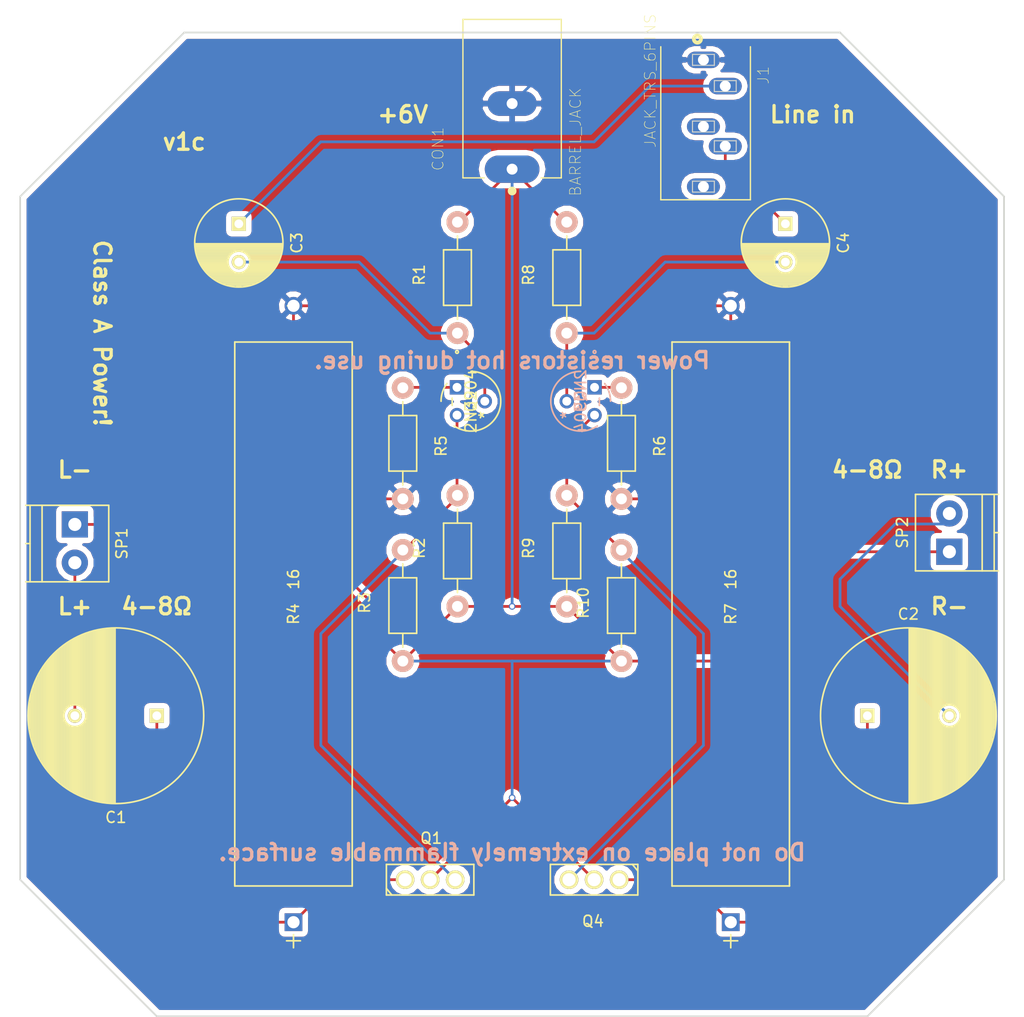
<source format=kicad_pcb>
(kicad_pcb (version 4) (host pcbnew 4.0.4-snap1-stable)

  (general
    (links 35)
    (no_connects 0)
    (area 74.924999 57.424999 165.075001 147.575001)
    (thickness 1.6)
    (drawings 20)
    (tracks 88)
    (zones 0)
    (modules 22)
    (nets 17)
  )

  (page A4)
  (layers
    (0 F.Cu signal)
    (31 B.Cu signal)
    (32 B.Adhes user)
    (33 F.Adhes user)
    (34 B.Paste user)
    (35 F.Paste user)
    (36 B.SilkS user)
    (37 F.SilkS user)
    (38 B.Mask user)
    (39 F.Mask user)
    (40 Dwgs.User user hide)
    (41 Cmts.User user hide)
    (42 Eco1.User user)
    (43 Eco2.User user)
    (44 Edge.Cuts user)
    (45 Margin user)
    (46 B.CrtYd user)
    (47 F.CrtYd user)
    (48 B.Fab user)
    (49 F.Fab user)
  )

  (setup
    (last_trace_width 0.25)
    (trace_clearance 0.2)
    (zone_clearance 0.508)
    (zone_45_only no)
    (trace_min 0.2)
    (segment_width 0.2)
    (edge_width 0.15)
    (via_size 0.6)
    (via_drill 0.4)
    (via_min_size 0.4)
    (via_min_drill 0.3)
    (uvia_size 0.3)
    (uvia_drill 0.1)
    (uvias_allowed no)
    (uvia_min_size 0.2)
    (uvia_min_drill 0.1)
    (pcb_text_width 0.3)
    (pcb_text_size 1.5 1.5)
    (mod_edge_width 0.15)
    (mod_text_size 1 1)
    (mod_text_width 0.15)
    (pad_size 1.524 1.524)
    (pad_drill 0.762)
    (pad_to_mask_clearance 0.2)
    (aux_axis_origin 0 0)
    (visible_elements FFFFFF7F)
    (pcbplotparams
      (layerselection 0x00030_80000001)
      (usegerberextensions false)
      (excludeedgelayer true)
      (linewidth 0.100000)
      (plotframeref false)
      (viasonmask false)
      (mode 1)
      (useauxorigin false)
      (hpglpennumber 1)
      (hpglpenspeed 20)
      (hpglpendiameter 15)
      (hpglpenoverlay 2)
      (psnegative false)
      (psa4output false)
      (plotreference true)
      (plotvalue true)
      (plotinvisibletext false)
      (padsonsilk false)
      (subtractmaskfromsilk false)
      (outputformat 1)
      (mirror false)
      (drillshape 1)
      (scaleselection 1)
      (outputdirectory ""))
  )

  (net 0 "")
  (net 1 "Net-(C1-Pad1)")
  (net 2 "Net-(C1-Pad2)")
  (net 3 "Net-(C2-Pad1)")
  (net 4 "Net-(C2-Pad2)")
  (net 5 "Net-(C3-Pad2)")
  (net 6 "Net-(C4-Pad2)")
  (net 7 +6V)
  (net 8 "Net-(Q1-Pad3)")
  (net 9 "Net-(Q3-Pad3)")
  (net 10 GND)
  (net 11 L)
  (net 12 R)
  (net 13 "Net-(Q3-Pad1)")
  (net 14 "Net-(J1-Pad5)")
  (net 15 "Net-(J1-Pad4)")
  (net 16 "Net-(Q2-Pad1)")

  (net_class Default "This is the default net class."
    (clearance 0.2)
    (trace_width 0.25)
    (via_dia 0.6)
    (via_drill 0.4)
    (uvia_dia 0.3)
    (uvia_drill 0.1)
    (add_net +6V)
    (add_net GND)
    (add_net L)
    (add_net "Net-(C1-Pad1)")
    (add_net "Net-(C1-Pad2)")
    (add_net "Net-(C2-Pad1)")
    (add_net "Net-(C2-Pad2)")
    (add_net "Net-(C3-Pad2)")
    (add_net "Net-(C4-Pad2)")
    (add_net "Net-(J1-Pad4)")
    (add_net "Net-(J1-Pad5)")
    (add_net "Net-(Q1-Pad3)")
    (add_net "Net-(Q2-Pad1)")
    (add_net "Net-(Q3-Pad1)")
    (add_net "Net-(Q3-Pad3)")
    (add_net R)
  )

  (module footprints:SQP10AJB-16R (layer F.Cu) (tedit 5BC06EB1) (tstamp 5BB69C09)
    (at 140 82.5 90)
    (path /5BB36F22)
    (fp_text reference R7 (at -28.194 0 90) (layer F.SilkS)
      (effects (font (size 1 1) (thickness 0.15)))
    )
    (fp_text value 16 (at -25 0 90) (layer F.SilkS)
      (effects (font (size 1 1) (thickness 0.15)))
    )
    (fp_text user "Copyright 2016 Accelerated Designs. All rights reserved." (at 0 0 90) (layer Cmts.User)
      (effects (font (size 0.127 0.127) (thickness 0.002)))
    )
    (fp_text user * (at 0 0 90) (layer F.SilkS)
      (effects (font (size 1 1) (thickness 0.15)))
    )
    (fp_text user * (at 0 0 90) (layer F.Fab)
      (effects (font (size 1 1) (thickness 0.15)))
    )
    (fp_line (start -58.7248 0) (end -57.4548 0) (layer F.Fab) (width 0.1524))
    (fp_line (start -58.0898 -0.635) (end -58.0898 0.635) (layer F.Fab) (width 0.1524))
    (fp_line (start -58.7248 0) (end -57.53354 0) (layer F.SilkS) (width 0.1524))
    (fp_line (start -58.0898 -0.635) (end -58.0898 0.635) (layer F.SilkS) (width 0.1524))
    (fp_line (start -56.388 0) (end -52.9463 0) (layer F.Fab) (width 0.1524))
    (fp_line (start 0 0) (end -3.4417 0) (layer F.Fab) (width 0.1524))
    (fp_line (start -52.9463 5.2451) (end -3.4417 5.2451) (layer F.Fab) (width 0.1524))
    (fp_line (start -3.4417 5.2451) (end -3.4417 -5.2451) (layer F.Fab) (width 0.1524))
    (fp_line (start -3.4417 -5.2451) (end -52.9463 -5.2451) (layer F.Fab) (width 0.1524))
    (fp_line (start -52.9463 -5.2451) (end -52.9463 5.2451) (layer F.Fab) (width 0.1524))
    (fp_line (start -53.0733 5.3721) (end -3.3147 5.3721) (layer F.SilkS) (width 0.1524))
    (fp_line (start -3.3147 5.3721) (end -3.3147 -5.3721) (layer F.SilkS) (width 0.1524))
    (fp_line (start -3.3147 -5.3721) (end -53.0733 -5.3721) (layer F.SilkS) (width 0.1524))
    (fp_line (start -53.0733 -5.3721) (end -53.0733 5.3721) (layer F.SilkS) (width 0.1524))
    (fp_line (start -57.4548 1.0668) (end -57.4548 -1.0668) (layer F.CrtYd) (width 0.1524))
    (fp_line (start -57.4548 -1.0668) (end -53.2003 -1.0668) (layer F.CrtYd) (width 0.1524))
    (fp_line (start -53.2003 -1.0668) (end -53.2003 -5.4991) (layer F.CrtYd) (width 0.1524))
    (fp_line (start -53.2003 -5.4991) (end -3.1877 -5.4991) (layer F.CrtYd) (width 0.1524))
    (fp_line (start -3.1877 -5.4991) (end -3.1877 -1.0668) (layer F.CrtYd) (width 0.1524))
    (fp_line (start -3.1877 -1.0668) (end 1.0668 -1.0668) (layer F.CrtYd) (width 0.1524))
    (fp_line (start 1.0668 -1.0668) (end 1.0668 1.0668) (layer F.CrtYd) (width 0.1524))
    (fp_line (start 1.0668 1.0668) (end -3.1877 1.0668) (layer F.CrtYd) (width 0.1524))
    (fp_line (start -3.1877 1.0668) (end -3.1877 5.4991) (layer F.CrtYd) (width 0.1524))
    (fp_line (start -3.1877 5.4991) (end -53.2003 5.4991) (layer F.CrtYd) (width 0.1524))
    (fp_line (start -53.2003 5.4991) (end -53.2003 1.0668) (layer F.CrtYd) (width 0.1524))
    (fp_line (start -53.2003 1.0668) (end -57.4548 1.0668) (layer F.CrtYd) (width 0.1524))
    (pad 1 thru_hole rect (at -56.388 0 90) (size 1.6256 1.6256) (drill 1.1176) (layers *.Cu *.Mask)
      (net 3 "Net-(C2-Pad1)"))
    (pad 2 thru_hole circle (at 0 0 90) (size 1.6256 1.6256) (drill 1.1176) (layers *.Cu *.Mask)
      (net 10 GND))
  )

  (module PJ-037A:CUI_PJ-037A (layer F.Cu) (tedit 0) (tstamp 5BB69359)
    (at 120 70 90)
    (path /5BB5DD48)
    (fp_text reference CON1 (at 1.85469 -6.78218 90) (layer F.SilkS)
      (effects (font (size 1.00254 1.00254) (thickness 0.05)))
    )
    (fp_text value BARREL_JACK (at 2.49265 5.79276 90) (layer F.SilkS)
      (effects (font (size 1.00308 1.00308) (thickness 0.05)))
    )
    (fp_line (start 0.5 1.75) (end -0.5 1.75) (layer Edge.Cuts) (width 0.0001))
    (fp_line (start -0.5 1.75) (end -0.5 -1.75) (layer Edge.Cuts) (width 0.0001))
    (fp_line (start -0.5 -1.75) (end 0.5 -1.75) (layer Edge.Cuts) (width 0.0001))
    (fp_line (start 0.5 -1.75) (end 0.5 1.75) (layer Edge.Cuts) (width 0.0001))
    (fp_line (start 6.5 1.5) (end 5.5 1.5) (layer Edge.Cuts) (width 0.0001))
    (fp_line (start 5.5 1.5) (end 5.5 -1.5) (layer Edge.Cuts) (width 0.0001))
    (fp_line (start 5.5 -1.5) (end 6.5 -1.5) (layer Edge.Cuts) (width 0.0001))
    (fp_line (start 6.5 -1.5) (end 6.5 1.5) (layer Edge.Cuts) (width 0.0001))
    (fp_line (start -0.8 -4.5) (end 13.7 -4.5) (layer Dwgs.User) (width 0.127))
    (fp_line (start 13.7 4.5) (end -0.8 4.5) (layer Dwgs.User) (width 0.127))
    (fp_line (start -0.8 4.5) (end -0.8 -4.5) (layer Dwgs.User) (width 0.127))
    (fp_line (start 13.7 -4.5) (end 13.7 4.5) (layer F.SilkS) (width 0.127))
    (fp_line (start 13.7 4.5) (end -0.8 4.5) (layer F.SilkS) (width 0.127))
    (fp_line (start -0.8 4.5) (end -0.8 2.65) (layer F.SilkS) (width 0.127))
    (fp_line (start -0.8 -4.5) (end 13.7 -4.5) (layer F.SilkS) (width 0.127))
    (fp_line (start -0.8 -2.55) (end -0.8 -4.5) (layer F.SilkS) (width 0.127))
    (fp_line (start -1.1 -4.75) (end 13.95 -4.75) (layer Eco1.User) (width 0.05))
    (fp_line (start 13.95 -4.75) (end 13.95 4.75) (layer Eco1.User) (width 0.05))
    (fp_line (start 13.95 4.75) (end -1.1 4.75) (layer Eco1.User) (width 0.05))
    (fp_line (start -1.1 4.75) (end -1.1 2.35) (layer Eco1.User) (width 0.05))
    (fp_circle (center -2 0) (end -1.8 0) (layer F.SilkS) (width 0.4))
    (fp_line (start -1.1 -2.25) (end -1.1 -4.75) (layer Eco1.User) (width 0.05))
    (fp_line (start -1.1 -2.25) (end -1.55 -2.25) (layer Eco1.User) (width 0.05))
    (fp_line (start -1.55 -2.25) (end -1.55 2.35) (layer Eco1.User) (width 0.05))
    (fp_line (start -1.55 2.35) (end -1.1 2.35) (layer Eco1.User) (width 0.05))
    (fp_line (start 13.7 -4.5) (end 13.7 4.5) (layer Dwgs.User) (width 0.127))
    (pad 1 thru_hole oval (at 0 0 180) (size 5 2.5) (drill 1) (layers *.Cu *.Mask)
      (net 7 +6V))
    (pad 2 thru_hole oval (at 6 0 180) (size 4.5 2.25) (drill 1) (layers *.Cu *.Mask)
      (net 10 GND))
  )

  (module SJ1-3535NG-GR:CUI_SJ1-3535NG-GR (layer F.Cu) (tedit 0) (tstamp 5BB694FD)
    (at 137.5 60 270)
    (path /5BB5E1AF)
    (fp_text reference J1 (at 1.40089 -5.47622 270) (layer F.SilkS)
      (effects (font (size 1.00279 1.00279) (thickness 0.05)))
    )
    (fp_text value JACK_TRS_6PINS (at 1.92384 4.86418 270) (layer F.SilkS)
      (effects (font (size 1.00148 1.00148) (thickness 0.05)))
    )
    (fp_line (start -0.5 -1) (end 0.5 -1) (layer Edge.Cuts) (width 0))
    (fp_line (start 0.5 -1) (end 0.5 1) (layer Edge.Cuts) (width 0))
    (fp_line (start 0.5 1) (end -0.5 1) (layer Edge.Cuts) (width 0))
    (fp_line (start -0.5 1) (end -0.5 -1) (layer Edge.Cuts) (width 0))
    (fp_line (start 1.9 -3) (end 2.9 -3) (layer Edge.Cuts) (width 0))
    (fp_line (start 2.9 -3) (end 2.9 -1) (layer Edge.Cuts) (width 0))
    (fp_line (start 2.9 -1) (end 1.9 -1) (layer Edge.Cuts) (width 0))
    (fp_line (start 1.9 -1) (end 1.9 -3) (layer Edge.Cuts) (width 0))
    (fp_line (start 5.6 -1) (end 6.6 -1) (layer Edge.Cuts) (width 0))
    (fp_line (start 6.6 -1) (end 6.6 1) (layer Edge.Cuts) (width 0))
    (fp_line (start 6.6 1) (end 5.6 1) (layer Edge.Cuts) (width 0))
    (fp_line (start 5.6 1) (end 5.6 -1) (layer Edge.Cuts) (width 0))
    (fp_line (start 7.4 -3) (end 8.4 -3) (layer Edge.Cuts) (width 0))
    (fp_line (start 8.4 -3) (end 8.4 -1) (layer Edge.Cuts) (width 0))
    (fp_line (start 8.4 -1) (end 7.4 -1) (layer Edge.Cuts) (width 0))
    (fp_line (start 7.4 -1) (end 7.4 -3) (layer Edge.Cuts) (width 0))
    (fp_line (start 11.1 -1) (end 12.1 -1) (layer Edge.Cuts) (width 0))
    (fp_line (start 12.1 -1) (end 12.1 1) (layer Edge.Cuts) (width 0))
    (fp_line (start 12.1 1) (end 11.1 1) (layer Edge.Cuts) (width 0))
    (fp_line (start 11.1 1) (end 11.1 -1) (layer Edge.Cuts) (width 0))
    (fp_line (start 12.8 3.9) (end -1.2 3.9) (layer Dwgs.User) (width 0.127))
    (fp_line (start -1.2 3.9) (end -1.2 -0.1) (layer Dwgs.User) (width 0.127))
    (fp_line (start -1.2 -0.1) (end -5.2 -0.1) (layer Dwgs.User) (width 0.127))
    (fp_line (start -5.2 -0.1) (end -5.2 -3.7) (layer Dwgs.User) (width 0.127))
    (fp_line (start -5.2 -3.7) (end -1.2 -3.7) (layer Dwgs.User) (width 0.127))
    (fp_line (start -1.2 -3.7) (end -1.2 -4.3) (layer Dwgs.User) (width 0.127))
    (fp_line (start -1.2 -4.3) (end 12.8 -4.3) (layer Dwgs.User) (width 0.127))
    (fp_line (start 12.8 -4.3) (end 12.8 3.9) (layer Dwgs.User) (width 0.127))
    (fp_line (start -1.2 -4.3) (end 12.8 -4.3) (layer F.SilkS) (width 0.127))
    (fp_line (start 12.8 -4.3) (end 12.8 3.9) (layer F.SilkS) (width 0.127))
    (fp_line (start 12.8 3.9) (end -1.2 3.9) (layer F.SilkS) (width 0.127))
    (fp_circle (center -1.9 0.55) (end -1.75 0.55) (layer F.SilkS) (width 0.35))
    (fp_line (start -1.45 -4.55) (end 13.05 -4.55) (layer Eco1.User) (width 0.05))
    (fp_line (start 13.05 -4.55) (end 13.05 4.15) (layer Eco1.User) (width 0.05))
    (fp_line (start 13.05 4.15) (end -1.45 4.15) (layer Eco1.User) (width 0.05))
    (fp_line (start -1.45 4.15) (end -1.45 0.15) (layer Eco1.User) (width 0.05))
    (fp_line (start -1.45 0.15) (end -5.45 0.15) (layer Eco1.User) (width 0.05))
    (fp_line (start -5.45 0.15) (end -5.45 -3.95) (layer Eco1.User) (width 0.05))
    (fp_line (start -5.45 -3.95) (end -1.45 -3.95) (layer Eco1.User) (width 0.05))
    (fp_line (start -1.45 -3.95) (end -1.45 -4.55) (layer Eco1.User) (width 0.05))
    (pad 1 thru_hole oval (at 0 0 180) (size 3.016 1.508) (drill 1) (layers *.Cu *.Mask)
      (net 10 GND))
    (pad 2 thru_hole oval (at 2.4 -2 180) (size 3.016 1.508) (drill 1) (layers *.Cu *.Mask)
      (net 11 L))
    (pad 5 thru_hole oval (at 6.1 0 180) (size 3.016 1.508) (drill 1) (layers *.Cu *.Mask)
      (net 14 "Net-(J1-Pad5)"))
    (pad 3 thru_hole oval (at 7.9 -2 180) (size 3.016 1.508) (drill 1) (layers *.Cu *.Mask)
      (net 12 R))
    (pad 4 thru_hole oval (at 11.6 0 180) (size 3.016 1.508) (drill 1) (layers *.Cu *.Mask)
      (net 15 "Net-(J1-Pad4)"))
  )

  (module footprints:SQP10AJB-16R (layer F.Cu) (tedit 5BC06E99) (tstamp 5BB69BE7)
    (at 100 82.5 90)
    (path /5BB36F84)
    (fp_text reference R4 (at -28.194 0 90) (layer F.SilkS)
      (effects (font (size 1 1) (thickness 0.15)))
    )
    (fp_text value 16 (at -25 0 90) (layer F.SilkS)
      (effects (font (size 1 1) (thickness 0.15)))
    )
    (fp_text user "Copyright 2016 Accelerated Designs. All rights reserved." (at 0 0 90) (layer Cmts.User)
      (effects (font (size 0.127 0.127) (thickness 0.002)))
    )
    (fp_text user * (at 0 0 90) (layer F.SilkS)
      (effects (font (size 1 1) (thickness 0.15)))
    )
    (fp_text user * (at 0 0 90) (layer F.Fab)
      (effects (font (size 1 1) (thickness 0.15)))
    )
    (fp_line (start -58.7248 0) (end -57.4548 0) (layer F.Fab) (width 0.1524))
    (fp_line (start -58.0898 -0.635) (end -58.0898 0.635) (layer F.Fab) (width 0.1524))
    (fp_line (start -58.7248 0) (end -57.53354 0) (layer F.SilkS) (width 0.1524))
    (fp_line (start -58.0898 -0.635) (end -58.0898 0.635) (layer F.SilkS) (width 0.1524))
    (fp_line (start -56.388 0) (end -52.9463 0) (layer F.Fab) (width 0.1524))
    (fp_line (start 0 0) (end -3.4417 0) (layer F.Fab) (width 0.1524))
    (fp_line (start -52.9463 5.2451) (end -3.4417 5.2451) (layer F.Fab) (width 0.1524))
    (fp_line (start -3.4417 5.2451) (end -3.4417 -5.2451) (layer F.Fab) (width 0.1524))
    (fp_line (start -3.4417 -5.2451) (end -52.9463 -5.2451) (layer F.Fab) (width 0.1524))
    (fp_line (start -52.9463 -5.2451) (end -52.9463 5.2451) (layer F.Fab) (width 0.1524))
    (fp_line (start -53.0733 5.3721) (end -3.3147 5.3721) (layer F.SilkS) (width 0.1524))
    (fp_line (start -3.3147 5.3721) (end -3.3147 -5.3721) (layer F.SilkS) (width 0.1524))
    (fp_line (start -3.3147 -5.3721) (end -53.0733 -5.3721) (layer F.SilkS) (width 0.1524))
    (fp_line (start -53.0733 -5.3721) (end -53.0733 5.3721) (layer F.SilkS) (width 0.1524))
    (fp_line (start -57.4548 1.0668) (end -57.4548 -1.0668) (layer F.CrtYd) (width 0.1524))
    (fp_line (start -57.4548 -1.0668) (end -53.2003 -1.0668) (layer F.CrtYd) (width 0.1524))
    (fp_line (start -53.2003 -1.0668) (end -53.2003 -5.4991) (layer F.CrtYd) (width 0.1524))
    (fp_line (start -53.2003 -5.4991) (end -3.1877 -5.4991) (layer F.CrtYd) (width 0.1524))
    (fp_line (start -3.1877 -5.4991) (end -3.1877 -1.0668) (layer F.CrtYd) (width 0.1524))
    (fp_line (start -3.1877 -1.0668) (end 1.0668 -1.0668) (layer F.CrtYd) (width 0.1524))
    (fp_line (start 1.0668 -1.0668) (end 1.0668 1.0668) (layer F.CrtYd) (width 0.1524))
    (fp_line (start 1.0668 1.0668) (end -3.1877 1.0668) (layer F.CrtYd) (width 0.1524))
    (fp_line (start -3.1877 1.0668) (end -3.1877 5.4991) (layer F.CrtYd) (width 0.1524))
    (fp_line (start -3.1877 5.4991) (end -53.2003 5.4991) (layer F.CrtYd) (width 0.1524))
    (fp_line (start -53.2003 5.4991) (end -53.2003 1.0668) (layer F.CrtYd) (width 0.1524))
    (fp_line (start -53.2003 1.0668) (end -57.4548 1.0668) (layer F.CrtYd) (width 0.1524))
    (pad 1 thru_hole rect (at -56.388 0 90) (size 1.6256 1.6256) (drill 1.1176) (layers *.Cu *.Mask)
      (net 1 "Net-(C1-Pad1)"))
    (pad 2 thru_hole circle (at 0 0 90) (size 1.6256 1.6256) (drill 1.1176) (layers *.Cu *.Mask)
      (net 10 GND))
  )

  (module Capacitors_ThroughHole:C_Radial_D16_L30_P7.5 (layer F.Cu) (tedit 0) (tstamp 5BB46E5C)
    (at 87.5 120 180)
    (descr "Radial Electrolytic Capacitor Diameter 16mm x Length 25mm, Pitch 7.5mm")
    (tags "Electrolytic Capacitor")
    (path /5BB37AAC)
    (fp_text reference C1 (at 3.75 -9.3 180) (layer F.SilkS)
      (effects (font (size 1 1) (thickness 0.15)))
    )
    (fp_text value 2200u (at 3.75 9.3 180) (layer F.Fab)
      (effects (font (size 1 1) (thickness 0.15)))
    )
    (fp_line (start 3.825 -8) (end 3.825 8) (layer F.SilkS) (width 0.15))
    (fp_line (start 3.965 -7.997) (end 3.965 7.997) (layer F.SilkS) (width 0.15))
    (fp_line (start 4.105 -7.992) (end 4.105 7.992) (layer F.SilkS) (width 0.15))
    (fp_line (start 4.245 -7.985) (end 4.245 7.985) (layer F.SilkS) (width 0.15))
    (fp_line (start 4.385 -7.975) (end 4.385 7.975) (layer F.SilkS) (width 0.15))
    (fp_line (start 4.525 -7.962) (end 4.525 7.962) (layer F.SilkS) (width 0.15))
    (fp_line (start 4.665 -7.948) (end 4.665 7.948) (layer F.SilkS) (width 0.15))
    (fp_line (start 4.805 -7.93) (end 4.805 7.93) (layer F.SilkS) (width 0.15))
    (fp_line (start 4.945 -7.91) (end 4.945 7.91) (layer F.SilkS) (width 0.15))
    (fp_line (start 5.085 -7.888) (end 5.085 7.888) (layer F.SilkS) (width 0.15))
    (fp_line (start 5.225 -7.863) (end 5.225 7.863) (layer F.SilkS) (width 0.15))
    (fp_line (start 5.365 -7.835) (end 5.365 7.835) (layer F.SilkS) (width 0.15))
    (fp_line (start 5.505 -7.805) (end 5.505 7.805) (layer F.SilkS) (width 0.15))
    (fp_line (start 5.645 -7.772) (end 5.645 7.772) (layer F.SilkS) (width 0.15))
    (fp_line (start 5.785 -7.737) (end 5.785 7.737) (layer F.SilkS) (width 0.15))
    (fp_line (start 5.925 -7.699) (end 5.925 7.699) (layer F.SilkS) (width 0.15))
    (fp_line (start 6.065 -7.658) (end 6.065 7.658) (layer F.SilkS) (width 0.15))
    (fp_line (start 6.205 -7.614) (end 6.205 7.614) (layer F.SilkS) (width 0.15))
    (fp_line (start 6.345 -7.567) (end 6.345 7.567) (layer F.SilkS) (width 0.15))
    (fp_line (start 6.485 -7.518) (end 6.485 7.518) (layer F.SilkS) (width 0.15))
    (fp_line (start 6.625 -7.466) (end 6.625 -0.484) (layer F.SilkS) (width 0.15))
    (fp_line (start 6.625 0.484) (end 6.625 7.466) (layer F.SilkS) (width 0.15))
    (fp_line (start 6.765 -7.41) (end 6.765 -0.678) (layer F.SilkS) (width 0.15))
    (fp_line (start 6.765 0.678) (end 6.765 7.41) (layer F.SilkS) (width 0.15))
    (fp_line (start 6.905 -7.352) (end 6.905 -0.804) (layer F.SilkS) (width 0.15))
    (fp_line (start 6.905 0.804) (end 6.905 7.352) (layer F.SilkS) (width 0.15))
    (fp_line (start 7.045 -7.29) (end 7.045 -0.89) (layer F.SilkS) (width 0.15))
    (fp_line (start 7.045 0.89) (end 7.045 7.29) (layer F.SilkS) (width 0.15))
    (fp_line (start 7.185 -7.225) (end 7.185 -0.949) (layer F.SilkS) (width 0.15))
    (fp_line (start 7.185 0.949) (end 7.185 7.225) (layer F.SilkS) (width 0.15))
    (fp_line (start 7.325 -7.157) (end 7.325 -0.985) (layer F.SilkS) (width 0.15))
    (fp_line (start 7.325 0.985) (end 7.325 7.157) (layer F.SilkS) (width 0.15))
    (fp_line (start 7.465 -7.085) (end 7.465 -0.999) (layer F.SilkS) (width 0.15))
    (fp_line (start 7.465 0.999) (end 7.465 7.085) (layer F.SilkS) (width 0.15))
    (fp_line (start 7.605 -7.01) (end 7.605 -0.994) (layer F.SilkS) (width 0.15))
    (fp_line (start 7.605 0.994) (end 7.605 7.01) (layer F.SilkS) (width 0.15))
    (fp_line (start 7.745 -6.931) (end 7.745 -0.97) (layer F.SilkS) (width 0.15))
    (fp_line (start 7.745 0.97) (end 7.745 6.931) (layer F.SilkS) (width 0.15))
    (fp_line (start 7.885 -6.848) (end 7.885 -0.923) (layer F.SilkS) (width 0.15))
    (fp_line (start 7.885 0.923) (end 7.885 6.848) (layer F.SilkS) (width 0.15))
    (fp_line (start 8.025 -6.762) (end 8.025 -0.851) (layer F.SilkS) (width 0.15))
    (fp_line (start 8.025 0.851) (end 8.025 6.762) (layer F.SilkS) (width 0.15))
    (fp_line (start 8.165 -6.671) (end 8.165 -0.747) (layer F.SilkS) (width 0.15))
    (fp_line (start 8.165 0.747) (end 8.165 6.671) (layer F.SilkS) (width 0.15))
    (fp_line (start 8.305 -6.577) (end 8.305 -0.593) (layer F.SilkS) (width 0.15))
    (fp_line (start 8.305 0.593) (end 8.305 6.577) (layer F.SilkS) (width 0.15))
    (fp_line (start 8.445 -6.477) (end 8.445 -0.327) (layer F.SilkS) (width 0.15))
    (fp_line (start 8.445 0.327) (end 8.445 6.477) (layer F.SilkS) (width 0.15))
    (fp_line (start 8.585 -6.374) (end 8.585 6.374) (layer F.SilkS) (width 0.15))
    (fp_line (start 8.725 -6.265) (end 8.725 6.265) (layer F.SilkS) (width 0.15))
    (fp_line (start 8.865 -6.151) (end 8.865 6.151) (layer F.SilkS) (width 0.15))
    (fp_line (start 9.005 -6.032) (end 9.005 6.032) (layer F.SilkS) (width 0.15))
    (fp_line (start 9.145 -5.907) (end 9.145 5.907) (layer F.SilkS) (width 0.15))
    (fp_line (start 9.285 -5.776) (end 9.285 5.776) (layer F.SilkS) (width 0.15))
    (fp_line (start 9.425 -5.639) (end 9.425 5.639) (layer F.SilkS) (width 0.15))
    (fp_line (start 9.565 -5.494) (end 9.565 5.494) (layer F.SilkS) (width 0.15))
    (fp_line (start 9.705 -5.342) (end 9.705 5.342) (layer F.SilkS) (width 0.15))
    (fp_line (start 9.845 -5.182) (end 9.845 5.182) (layer F.SilkS) (width 0.15))
    (fp_line (start 9.985 -5.012) (end 9.985 5.012) (layer F.SilkS) (width 0.15))
    (fp_line (start 10.125 -4.833) (end 10.125 4.833) (layer F.SilkS) (width 0.15))
    (fp_line (start 10.265 -4.643) (end 10.265 4.643) (layer F.SilkS) (width 0.15))
    (fp_line (start 10.405 -4.44) (end 10.405 4.44) (layer F.SilkS) (width 0.15))
    (fp_line (start 10.545 -4.222) (end 10.545 4.222) (layer F.SilkS) (width 0.15))
    (fp_line (start 10.685 -3.988) (end 10.685 3.988) (layer F.SilkS) (width 0.15))
    (fp_line (start 10.825 -3.734) (end 10.825 3.734) (layer F.SilkS) (width 0.15))
    (fp_line (start 10.965 -3.456) (end 10.965 3.456) (layer F.SilkS) (width 0.15))
    (fp_line (start 11.105 -3.147) (end 11.105 3.147) (layer F.SilkS) (width 0.15))
    (fp_line (start 11.245 -2.797) (end 11.245 2.797) (layer F.SilkS) (width 0.15))
    (fp_line (start 11.385 -2.389) (end 11.385 2.389) (layer F.SilkS) (width 0.15))
    (fp_line (start 11.525 -1.884) (end 11.525 1.884) (layer F.SilkS) (width 0.15))
    (fp_line (start 11.665 -1.163) (end 11.665 1.163) (layer F.SilkS) (width 0.15))
    (fp_circle (center 7.5 0) (end 7.5 -1) (layer F.SilkS) (width 0.15))
    (fp_circle (center 3.75 0) (end 3.75 -8.0375) (layer F.SilkS) (width 0.15))
    (fp_circle (center 3.75 0) (end 3.75 -8.3) (layer F.CrtYd) (width 0.05))
    (pad 1 thru_hole rect (at 0 0 180) (size 1.3 1.3) (drill 0.8) (layers *.Cu *.Mask F.SilkS)
      (net 1 "Net-(C1-Pad1)"))
    (pad 2 thru_hole circle (at 7.5 0 180) (size 1.3 1.3) (drill 0.8) (layers *.Cu *.Mask F.SilkS)
      (net 2 "Net-(C1-Pad2)"))
    (model Capacitors_ThroughHole.3dshapes/C_Radial_D16_L30_P7.5.wrl
      (at (xyz 0.147638 0 0))
      (scale (xyz 1 1 1))
      (rotate (xyz 0 0 90))
    )
  )

  (module Capacitors_ThroughHole:C_Radial_D16_L30_P7.5 (layer F.Cu) (tedit 0) (tstamp 5BB46E62)
    (at 152.5 120)
    (descr "Radial Electrolytic Capacitor Diameter 16mm x Length 25mm, Pitch 7.5mm")
    (tags "Electrolytic Capacitor")
    (path /5BB385A8)
    (fp_text reference C2 (at 3.75 -9.3) (layer F.SilkS)
      (effects (font (size 1 1) (thickness 0.15)))
    )
    (fp_text value 2200u (at 3.75 9.3) (layer F.Fab)
      (effects (font (size 1 1) (thickness 0.15)))
    )
    (fp_line (start 3.825 -8) (end 3.825 8) (layer F.SilkS) (width 0.15))
    (fp_line (start 3.965 -7.997) (end 3.965 7.997) (layer F.SilkS) (width 0.15))
    (fp_line (start 4.105 -7.992) (end 4.105 7.992) (layer F.SilkS) (width 0.15))
    (fp_line (start 4.245 -7.985) (end 4.245 7.985) (layer F.SilkS) (width 0.15))
    (fp_line (start 4.385 -7.975) (end 4.385 7.975) (layer F.SilkS) (width 0.15))
    (fp_line (start 4.525 -7.962) (end 4.525 7.962) (layer F.SilkS) (width 0.15))
    (fp_line (start 4.665 -7.948) (end 4.665 7.948) (layer F.SilkS) (width 0.15))
    (fp_line (start 4.805 -7.93) (end 4.805 7.93) (layer F.SilkS) (width 0.15))
    (fp_line (start 4.945 -7.91) (end 4.945 7.91) (layer F.SilkS) (width 0.15))
    (fp_line (start 5.085 -7.888) (end 5.085 7.888) (layer F.SilkS) (width 0.15))
    (fp_line (start 5.225 -7.863) (end 5.225 7.863) (layer F.SilkS) (width 0.15))
    (fp_line (start 5.365 -7.835) (end 5.365 7.835) (layer F.SilkS) (width 0.15))
    (fp_line (start 5.505 -7.805) (end 5.505 7.805) (layer F.SilkS) (width 0.15))
    (fp_line (start 5.645 -7.772) (end 5.645 7.772) (layer F.SilkS) (width 0.15))
    (fp_line (start 5.785 -7.737) (end 5.785 7.737) (layer F.SilkS) (width 0.15))
    (fp_line (start 5.925 -7.699) (end 5.925 7.699) (layer F.SilkS) (width 0.15))
    (fp_line (start 6.065 -7.658) (end 6.065 7.658) (layer F.SilkS) (width 0.15))
    (fp_line (start 6.205 -7.614) (end 6.205 7.614) (layer F.SilkS) (width 0.15))
    (fp_line (start 6.345 -7.567) (end 6.345 7.567) (layer F.SilkS) (width 0.15))
    (fp_line (start 6.485 -7.518) (end 6.485 7.518) (layer F.SilkS) (width 0.15))
    (fp_line (start 6.625 -7.466) (end 6.625 -0.484) (layer F.SilkS) (width 0.15))
    (fp_line (start 6.625 0.484) (end 6.625 7.466) (layer F.SilkS) (width 0.15))
    (fp_line (start 6.765 -7.41) (end 6.765 -0.678) (layer F.SilkS) (width 0.15))
    (fp_line (start 6.765 0.678) (end 6.765 7.41) (layer F.SilkS) (width 0.15))
    (fp_line (start 6.905 -7.352) (end 6.905 -0.804) (layer F.SilkS) (width 0.15))
    (fp_line (start 6.905 0.804) (end 6.905 7.352) (layer F.SilkS) (width 0.15))
    (fp_line (start 7.045 -7.29) (end 7.045 -0.89) (layer F.SilkS) (width 0.15))
    (fp_line (start 7.045 0.89) (end 7.045 7.29) (layer F.SilkS) (width 0.15))
    (fp_line (start 7.185 -7.225) (end 7.185 -0.949) (layer F.SilkS) (width 0.15))
    (fp_line (start 7.185 0.949) (end 7.185 7.225) (layer F.SilkS) (width 0.15))
    (fp_line (start 7.325 -7.157) (end 7.325 -0.985) (layer F.SilkS) (width 0.15))
    (fp_line (start 7.325 0.985) (end 7.325 7.157) (layer F.SilkS) (width 0.15))
    (fp_line (start 7.465 -7.085) (end 7.465 -0.999) (layer F.SilkS) (width 0.15))
    (fp_line (start 7.465 0.999) (end 7.465 7.085) (layer F.SilkS) (width 0.15))
    (fp_line (start 7.605 -7.01) (end 7.605 -0.994) (layer F.SilkS) (width 0.15))
    (fp_line (start 7.605 0.994) (end 7.605 7.01) (layer F.SilkS) (width 0.15))
    (fp_line (start 7.745 -6.931) (end 7.745 -0.97) (layer F.SilkS) (width 0.15))
    (fp_line (start 7.745 0.97) (end 7.745 6.931) (layer F.SilkS) (width 0.15))
    (fp_line (start 7.885 -6.848) (end 7.885 -0.923) (layer F.SilkS) (width 0.15))
    (fp_line (start 7.885 0.923) (end 7.885 6.848) (layer F.SilkS) (width 0.15))
    (fp_line (start 8.025 -6.762) (end 8.025 -0.851) (layer F.SilkS) (width 0.15))
    (fp_line (start 8.025 0.851) (end 8.025 6.762) (layer F.SilkS) (width 0.15))
    (fp_line (start 8.165 -6.671) (end 8.165 -0.747) (layer F.SilkS) (width 0.15))
    (fp_line (start 8.165 0.747) (end 8.165 6.671) (layer F.SilkS) (width 0.15))
    (fp_line (start 8.305 -6.577) (end 8.305 -0.593) (layer F.SilkS) (width 0.15))
    (fp_line (start 8.305 0.593) (end 8.305 6.577) (layer F.SilkS) (width 0.15))
    (fp_line (start 8.445 -6.477) (end 8.445 -0.327) (layer F.SilkS) (width 0.15))
    (fp_line (start 8.445 0.327) (end 8.445 6.477) (layer F.SilkS) (width 0.15))
    (fp_line (start 8.585 -6.374) (end 8.585 6.374) (layer F.SilkS) (width 0.15))
    (fp_line (start 8.725 -6.265) (end 8.725 6.265) (layer F.SilkS) (width 0.15))
    (fp_line (start 8.865 -6.151) (end 8.865 6.151) (layer F.SilkS) (width 0.15))
    (fp_line (start 9.005 -6.032) (end 9.005 6.032) (layer F.SilkS) (width 0.15))
    (fp_line (start 9.145 -5.907) (end 9.145 5.907) (layer F.SilkS) (width 0.15))
    (fp_line (start 9.285 -5.776) (end 9.285 5.776) (layer F.SilkS) (width 0.15))
    (fp_line (start 9.425 -5.639) (end 9.425 5.639) (layer F.SilkS) (width 0.15))
    (fp_line (start 9.565 -5.494) (end 9.565 5.494) (layer F.SilkS) (width 0.15))
    (fp_line (start 9.705 -5.342) (end 9.705 5.342) (layer F.SilkS) (width 0.15))
    (fp_line (start 9.845 -5.182) (end 9.845 5.182) (layer F.SilkS) (width 0.15))
    (fp_line (start 9.985 -5.012) (end 9.985 5.012) (layer F.SilkS) (width 0.15))
    (fp_line (start 10.125 -4.833) (end 10.125 4.833) (layer F.SilkS) (width 0.15))
    (fp_line (start 10.265 -4.643) (end 10.265 4.643) (layer F.SilkS) (width 0.15))
    (fp_line (start 10.405 -4.44) (end 10.405 4.44) (layer F.SilkS) (width 0.15))
    (fp_line (start 10.545 -4.222) (end 10.545 4.222) (layer F.SilkS) (width 0.15))
    (fp_line (start 10.685 -3.988) (end 10.685 3.988) (layer F.SilkS) (width 0.15))
    (fp_line (start 10.825 -3.734) (end 10.825 3.734) (layer F.SilkS) (width 0.15))
    (fp_line (start 10.965 -3.456) (end 10.965 3.456) (layer F.SilkS) (width 0.15))
    (fp_line (start 11.105 -3.147) (end 11.105 3.147) (layer F.SilkS) (width 0.15))
    (fp_line (start 11.245 -2.797) (end 11.245 2.797) (layer F.SilkS) (width 0.15))
    (fp_line (start 11.385 -2.389) (end 11.385 2.389) (layer F.SilkS) (width 0.15))
    (fp_line (start 11.525 -1.884) (end 11.525 1.884) (layer F.SilkS) (width 0.15))
    (fp_line (start 11.665 -1.163) (end 11.665 1.163) (layer F.SilkS) (width 0.15))
    (fp_circle (center 7.5 0) (end 7.5 -1) (layer F.SilkS) (width 0.15))
    (fp_circle (center 3.75 0) (end 3.75 -8.0375) (layer F.SilkS) (width 0.15))
    (fp_circle (center 3.75 0) (end 3.75 -8.3) (layer F.CrtYd) (width 0.05))
    (pad 1 thru_hole rect (at 0 0) (size 1.3 1.3) (drill 0.8) (layers *.Cu *.Mask F.SilkS)
      (net 3 "Net-(C2-Pad1)"))
    (pad 2 thru_hole circle (at 7.5 0) (size 1.3 1.3) (drill 0.8) (layers *.Cu *.Mask F.SilkS)
      (net 4 "Net-(C2-Pad2)"))
    (model Capacitors_ThroughHole.3dshapes/C_Radial_D16_L30_P7.5.wrl
      (at (xyz 0.147638 0 0))
      (scale (xyz 1 1 1))
      (rotate (xyz 0 0 90))
    )
  )

  (module Capacitors_ThroughHole:C_Radial_D8_L11.5_P3.5 (layer F.Cu) (tedit 0) (tstamp 5BB46E68)
    (at 95 75 270)
    (descr "Radial Electrolytic Capacitor Diameter 8mm x Length 11.5mm, Pitch 3.5mm")
    (tags "Electrolytic Capacitor")
    (path /5BB3B24C)
    (fp_text reference C3 (at 1.75 -5.3 270) (layer F.SilkS)
      (effects (font (size 1 1) (thickness 0.15)))
    )
    (fp_text value 100u (at 1.75 5.3 270) (layer F.Fab)
      (effects (font (size 1 1) (thickness 0.15)))
    )
    (fp_line (start 1.825 -3.999) (end 1.825 3.999) (layer F.SilkS) (width 0.15))
    (fp_line (start 1.965 -3.994) (end 1.965 3.994) (layer F.SilkS) (width 0.15))
    (fp_line (start 2.105 -3.984) (end 2.105 3.984) (layer F.SilkS) (width 0.15))
    (fp_line (start 2.245 -3.969) (end 2.245 3.969) (layer F.SilkS) (width 0.15))
    (fp_line (start 2.385 -3.949) (end 2.385 3.949) (layer F.SilkS) (width 0.15))
    (fp_line (start 2.525 -3.924) (end 2.525 -0.222) (layer F.SilkS) (width 0.15))
    (fp_line (start 2.525 0.222) (end 2.525 3.924) (layer F.SilkS) (width 0.15))
    (fp_line (start 2.665 -3.894) (end 2.665 -0.55) (layer F.SilkS) (width 0.15))
    (fp_line (start 2.665 0.55) (end 2.665 3.894) (layer F.SilkS) (width 0.15))
    (fp_line (start 2.805 -3.858) (end 2.805 -0.719) (layer F.SilkS) (width 0.15))
    (fp_line (start 2.805 0.719) (end 2.805 3.858) (layer F.SilkS) (width 0.15))
    (fp_line (start 2.945 -3.817) (end 2.945 -0.832) (layer F.SilkS) (width 0.15))
    (fp_line (start 2.945 0.832) (end 2.945 3.817) (layer F.SilkS) (width 0.15))
    (fp_line (start 3.085 -3.771) (end 3.085 -0.91) (layer F.SilkS) (width 0.15))
    (fp_line (start 3.085 0.91) (end 3.085 3.771) (layer F.SilkS) (width 0.15))
    (fp_line (start 3.225 -3.718) (end 3.225 -0.961) (layer F.SilkS) (width 0.15))
    (fp_line (start 3.225 0.961) (end 3.225 3.718) (layer F.SilkS) (width 0.15))
    (fp_line (start 3.365 -3.659) (end 3.365 -0.991) (layer F.SilkS) (width 0.15))
    (fp_line (start 3.365 0.991) (end 3.365 3.659) (layer F.SilkS) (width 0.15))
    (fp_line (start 3.505 -3.594) (end 3.505 -1) (layer F.SilkS) (width 0.15))
    (fp_line (start 3.505 1) (end 3.505 3.594) (layer F.SilkS) (width 0.15))
    (fp_line (start 3.645 -3.523) (end 3.645 -0.989) (layer F.SilkS) (width 0.15))
    (fp_line (start 3.645 0.989) (end 3.645 3.523) (layer F.SilkS) (width 0.15))
    (fp_line (start 3.785 -3.444) (end 3.785 -0.959) (layer F.SilkS) (width 0.15))
    (fp_line (start 3.785 0.959) (end 3.785 3.444) (layer F.SilkS) (width 0.15))
    (fp_line (start 3.925 -3.357) (end 3.925 -0.905) (layer F.SilkS) (width 0.15))
    (fp_line (start 3.925 0.905) (end 3.925 3.357) (layer F.SilkS) (width 0.15))
    (fp_line (start 4.065 -3.262) (end 4.065 -0.825) (layer F.SilkS) (width 0.15))
    (fp_line (start 4.065 0.825) (end 4.065 3.262) (layer F.SilkS) (width 0.15))
    (fp_line (start 4.205 -3.158) (end 4.205 -0.709) (layer F.SilkS) (width 0.15))
    (fp_line (start 4.205 0.709) (end 4.205 3.158) (layer F.SilkS) (width 0.15))
    (fp_line (start 4.345 -3.044) (end 4.345 -0.535) (layer F.SilkS) (width 0.15))
    (fp_line (start 4.345 0.535) (end 4.345 3.044) (layer F.SilkS) (width 0.15))
    (fp_line (start 4.485 -2.919) (end 4.485 -0.173) (layer F.SilkS) (width 0.15))
    (fp_line (start 4.485 0.173) (end 4.485 2.919) (layer F.SilkS) (width 0.15))
    (fp_line (start 4.625 -2.781) (end 4.625 2.781) (layer F.SilkS) (width 0.15))
    (fp_line (start 4.765 -2.629) (end 4.765 2.629) (layer F.SilkS) (width 0.15))
    (fp_line (start 4.905 -2.459) (end 4.905 2.459) (layer F.SilkS) (width 0.15))
    (fp_line (start 5.045 -2.268) (end 5.045 2.268) (layer F.SilkS) (width 0.15))
    (fp_line (start 5.185 -2.05) (end 5.185 2.05) (layer F.SilkS) (width 0.15))
    (fp_line (start 5.325 -1.794) (end 5.325 1.794) (layer F.SilkS) (width 0.15))
    (fp_line (start 5.465 -1.483) (end 5.465 1.483) (layer F.SilkS) (width 0.15))
    (fp_line (start 5.605 -1.067) (end 5.605 1.067) (layer F.SilkS) (width 0.15))
    (fp_line (start 5.745 -0.2) (end 5.745 0.2) (layer F.SilkS) (width 0.15))
    (fp_circle (center 3.5 0) (end 3.5 -1) (layer F.SilkS) (width 0.15))
    (fp_circle (center 1.75 0) (end 1.75 -4.0375) (layer F.SilkS) (width 0.15))
    (fp_circle (center 1.75 0) (end 1.75 -4.3) (layer F.CrtYd) (width 0.05))
    (pad 2 thru_hole circle (at 3.5 0 270) (size 1.3 1.3) (drill 0.8) (layers *.Cu *.Mask F.SilkS)
      (net 5 "Net-(C3-Pad2)"))
    (pad 1 thru_hole rect (at 0 0 270) (size 1.3 1.3) (drill 0.8) (layers *.Cu *.Mask F.SilkS)
      (net 11 L))
    (model Capacitors_ThroughHole.3dshapes/C_Radial_D8_L11.5_P3.5.wrl
      (at (xyz 0 0 0))
      (scale (xyz 1 1 1))
      (rotate (xyz 0 0 0))
    )
  )

  (module Capacitors_ThroughHole:C_Radial_D8_L11.5_P3.5 (layer F.Cu) (tedit 0) (tstamp 5BB46E6E)
    (at 145 75 270)
    (descr "Radial Electrolytic Capacitor Diameter 8mm x Length 11.5mm, Pitch 3.5mm")
    (tags "Electrolytic Capacitor")
    (path /5BB3B2BF)
    (fp_text reference C4 (at 1.75 -5.3 270) (layer F.SilkS)
      (effects (font (size 1 1) (thickness 0.15)))
    )
    (fp_text value 100u (at 1.75 5.3 270) (layer F.Fab)
      (effects (font (size 1 1) (thickness 0.15)))
    )
    (fp_line (start 1.825 -3.999) (end 1.825 3.999) (layer F.SilkS) (width 0.15))
    (fp_line (start 1.965 -3.994) (end 1.965 3.994) (layer F.SilkS) (width 0.15))
    (fp_line (start 2.105 -3.984) (end 2.105 3.984) (layer F.SilkS) (width 0.15))
    (fp_line (start 2.245 -3.969) (end 2.245 3.969) (layer F.SilkS) (width 0.15))
    (fp_line (start 2.385 -3.949) (end 2.385 3.949) (layer F.SilkS) (width 0.15))
    (fp_line (start 2.525 -3.924) (end 2.525 -0.222) (layer F.SilkS) (width 0.15))
    (fp_line (start 2.525 0.222) (end 2.525 3.924) (layer F.SilkS) (width 0.15))
    (fp_line (start 2.665 -3.894) (end 2.665 -0.55) (layer F.SilkS) (width 0.15))
    (fp_line (start 2.665 0.55) (end 2.665 3.894) (layer F.SilkS) (width 0.15))
    (fp_line (start 2.805 -3.858) (end 2.805 -0.719) (layer F.SilkS) (width 0.15))
    (fp_line (start 2.805 0.719) (end 2.805 3.858) (layer F.SilkS) (width 0.15))
    (fp_line (start 2.945 -3.817) (end 2.945 -0.832) (layer F.SilkS) (width 0.15))
    (fp_line (start 2.945 0.832) (end 2.945 3.817) (layer F.SilkS) (width 0.15))
    (fp_line (start 3.085 -3.771) (end 3.085 -0.91) (layer F.SilkS) (width 0.15))
    (fp_line (start 3.085 0.91) (end 3.085 3.771) (layer F.SilkS) (width 0.15))
    (fp_line (start 3.225 -3.718) (end 3.225 -0.961) (layer F.SilkS) (width 0.15))
    (fp_line (start 3.225 0.961) (end 3.225 3.718) (layer F.SilkS) (width 0.15))
    (fp_line (start 3.365 -3.659) (end 3.365 -0.991) (layer F.SilkS) (width 0.15))
    (fp_line (start 3.365 0.991) (end 3.365 3.659) (layer F.SilkS) (width 0.15))
    (fp_line (start 3.505 -3.594) (end 3.505 -1) (layer F.SilkS) (width 0.15))
    (fp_line (start 3.505 1) (end 3.505 3.594) (layer F.SilkS) (width 0.15))
    (fp_line (start 3.645 -3.523) (end 3.645 -0.989) (layer F.SilkS) (width 0.15))
    (fp_line (start 3.645 0.989) (end 3.645 3.523) (layer F.SilkS) (width 0.15))
    (fp_line (start 3.785 -3.444) (end 3.785 -0.959) (layer F.SilkS) (width 0.15))
    (fp_line (start 3.785 0.959) (end 3.785 3.444) (layer F.SilkS) (width 0.15))
    (fp_line (start 3.925 -3.357) (end 3.925 -0.905) (layer F.SilkS) (width 0.15))
    (fp_line (start 3.925 0.905) (end 3.925 3.357) (layer F.SilkS) (width 0.15))
    (fp_line (start 4.065 -3.262) (end 4.065 -0.825) (layer F.SilkS) (width 0.15))
    (fp_line (start 4.065 0.825) (end 4.065 3.262) (layer F.SilkS) (width 0.15))
    (fp_line (start 4.205 -3.158) (end 4.205 -0.709) (layer F.SilkS) (width 0.15))
    (fp_line (start 4.205 0.709) (end 4.205 3.158) (layer F.SilkS) (width 0.15))
    (fp_line (start 4.345 -3.044) (end 4.345 -0.535) (layer F.SilkS) (width 0.15))
    (fp_line (start 4.345 0.535) (end 4.345 3.044) (layer F.SilkS) (width 0.15))
    (fp_line (start 4.485 -2.919) (end 4.485 -0.173) (layer F.SilkS) (width 0.15))
    (fp_line (start 4.485 0.173) (end 4.485 2.919) (layer F.SilkS) (width 0.15))
    (fp_line (start 4.625 -2.781) (end 4.625 2.781) (layer F.SilkS) (width 0.15))
    (fp_line (start 4.765 -2.629) (end 4.765 2.629) (layer F.SilkS) (width 0.15))
    (fp_line (start 4.905 -2.459) (end 4.905 2.459) (layer F.SilkS) (width 0.15))
    (fp_line (start 5.045 -2.268) (end 5.045 2.268) (layer F.SilkS) (width 0.15))
    (fp_line (start 5.185 -2.05) (end 5.185 2.05) (layer F.SilkS) (width 0.15))
    (fp_line (start 5.325 -1.794) (end 5.325 1.794) (layer F.SilkS) (width 0.15))
    (fp_line (start 5.465 -1.483) (end 5.465 1.483) (layer F.SilkS) (width 0.15))
    (fp_line (start 5.605 -1.067) (end 5.605 1.067) (layer F.SilkS) (width 0.15))
    (fp_line (start 5.745 -0.2) (end 5.745 0.2) (layer F.SilkS) (width 0.15))
    (fp_circle (center 3.5 0) (end 3.5 -1) (layer F.SilkS) (width 0.15))
    (fp_circle (center 1.75 0) (end 1.75 -4.0375) (layer F.SilkS) (width 0.15))
    (fp_circle (center 1.75 0) (end 1.75 -4.3) (layer F.CrtYd) (width 0.05))
    (pad 2 thru_hole circle (at 3.5 0 270) (size 1.3 1.3) (drill 0.8) (layers *.Cu *.Mask F.SilkS)
      (net 6 "Net-(C4-Pad2)"))
    (pad 1 thru_hole rect (at 0 0 270) (size 1.3 1.3) (drill 0.8) (layers *.Cu *.Mask F.SilkS)
      (net 12 R))
    (model Capacitors_ThroughHole.3dshapes/C_Radial_D8_L11.5_P3.5.wrl
      (at (xyz 0 0 0))
      (scale (xyz 1 1 1))
      (rotate (xyz 0 0 0))
    )
  )

  (module TO_SOT_Packages_THT:SOT126_SOT32_Housing_Vertical (layer F.Cu) (tedit 0) (tstamp 5BB46E75)
    (at 112.5 135)
    (descr "SOT126, SOT32, Housing, Vertical,")
    (tags "SOT126, SOT32, Housing, Vertical,")
    (path /5BB36EB4)
    (fp_text reference Q1 (at 0.09906 -3.79984) (layer F.SilkS)
      (effects (font (size 1 1) (thickness 0.15)))
    )
    (fp_text value BD139 (at 0.70104 4.30022) (layer F.Fab)
      (effects (font (size 1 1) (thickness 0.15)))
    )
    (fp_line (start -4.0005 0.8001) (end -3.50012 1.39954) (layer F.SilkS) (width 0.15))
    (fp_line (start -4.0005 1.39954) (end 4.0005 1.39954) (layer F.SilkS) (width 0.15))
    (fp_line (start -4.0005 -1.39954) (end 4.0005 -1.39954) (layer F.SilkS) (width 0.15))
    (fp_line (start -4.0005 -1.39954) (end -4.0005 1.39954) (layer F.SilkS) (width 0.15))
    (fp_line (start 4.0005 -1.39954) (end 4.0005 1.39954) (layer F.SilkS) (width 0.15))
    (pad 2 thru_hole circle (at 0 0) (size 1.69926 1.69926) (drill 1.19888) (layers *.Cu *.Mask F.SilkS)
      (net 7 +6V))
    (pad 1 thru_hole circle (at -2.29108 0) (size 1.69926 1.69926) (drill 1.19888) (layers *.Cu *.Mask F.SilkS)
      (net 1 "Net-(C1-Pad1)"))
    (pad 3 thru_hole circle (at 2.29108 0) (size 1.69926 1.69926) (drill 1.19888) (layers *.Cu *.Mask F.SilkS)
      (net 8 "Net-(Q1-Pad3)"))
    (model TO_SOT_Packages_THT.3dshapes/SOT126_SOT32_Housing_Vertical.wrl
      (at (xyz 0 0 0))
      (scale (xyz 0.3937 0.3937 0.3937))
      (rotate (xyz 0 0 0))
    )
  )

  (module TO_SOT_Packages_THT:SOT126_SOT32_Housing_Vertical (layer F.Cu) (tedit 0) (tstamp 5BB46E8A)
    (at 127.5 135 180)
    (descr "SOT126, SOT32, Housing, Vertical,")
    (tags "SOT126, SOT32, Housing, Vertical,")
    (path /5BB36EE9)
    (fp_text reference Q4 (at 0.09906 -3.79984 180) (layer F.SilkS)
      (effects (font (size 1 1) (thickness 0.15)))
    )
    (fp_text value BD139 (at 0.70104 4.30022 180) (layer F.Fab)
      (effects (font (size 1 1) (thickness 0.15)))
    )
    (fp_line (start -4.0005 0.8001) (end -3.50012 1.39954) (layer F.SilkS) (width 0.15))
    (fp_line (start -4.0005 1.39954) (end 4.0005 1.39954) (layer F.SilkS) (width 0.15))
    (fp_line (start -4.0005 -1.39954) (end 4.0005 -1.39954) (layer F.SilkS) (width 0.15))
    (fp_line (start -4.0005 -1.39954) (end -4.0005 1.39954) (layer F.SilkS) (width 0.15))
    (fp_line (start 4.0005 -1.39954) (end 4.0005 1.39954) (layer F.SilkS) (width 0.15))
    (pad 2 thru_hole circle (at 0 0 180) (size 1.69926 1.69926) (drill 1.19888) (layers *.Cu *.Mask F.SilkS)
      (net 7 +6V))
    (pad 1 thru_hole circle (at -2.29108 0 180) (size 1.69926 1.69926) (drill 1.19888) (layers *.Cu *.Mask F.SilkS)
      (net 3 "Net-(C2-Pad1)"))
    (pad 3 thru_hole circle (at 2.29108 0 180) (size 1.69926 1.69926) (drill 1.19888) (layers *.Cu *.Mask F.SilkS)
      (net 9 "Net-(Q3-Pad3)"))
    (model TO_SOT_Packages_THT.3dshapes/SOT126_SOT32_Housing_Vertical.wrl
      (at (xyz 0 0 0))
      (scale (xyz 0.3937 0.3937 0.3937))
      (rotate (xyz 0 0 0))
    )
  )

  (module Resistors_ThroughHole:Resistor_Horizontal_RM10mm (layer F.Cu) (tedit 56648415) (tstamp 5BB46EA8)
    (at 110 90 270)
    (descr "Resistor, Axial,  RM 10mm, 1/3W")
    (tags "Resistor Axial RM 10mm 1/3W")
    (path /5BB36F63)
    (fp_text reference R5 (at 5.32892 -3.50012 270) (layer F.SilkS)
      (effects (font (size 1 1) (thickness 0.15)))
    )
    (fp_text value 10 (at 5.08 3.81 270) (layer F.Fab)
      (effects (font (size 1 1) (thickness 0.15)))
    )
    (fp_line (start -1.25 -1.5) (end 11.4 -1.5) (layer F.CrtYd) (width 0.05))
    (fp_line (start -1.25 1.5) (end -1.25 -1.5) (layer F.CrtYd) (width 0.05))
    (fp_line (start 11.4 -1.5) (end 11.4 1.5) (layer F.CrtYd) (width 0.05))
    (fp_line (start -1.25 1.5) (end 11.4 1.5) (layer F.CrtYd) (width 0.05))
    (fp_line (start 2.54 -1.27) (end 7.62 -1.27) (layer F.SilkS) (width 0.15))
    (fp_line (start 7.62 -1.27) (end 7.62 1.27) (layer F.SilkS) (width 0.15))
    (fp_line (start 7.62 1.27) (end 2.54 1.27) (layer F.SilkS) (width 0.15))
    (fp_line (start 2.54 1.27) (end 2.54 -1.27) (layer F.SilkS) (width 0.15))
    (fp_line (start 2.54 0) (end 1.27 0) (layer F.SilkS) (width 0.15))
    (fp_line (start 7.62 0) (end 8.89 0) (layer F.SilkS) (width 0.15))
    (pad 1 thru_hole circle (at 0 0 270) (size 1.99898 1.99898) (drill 1.00076) (layers *.Cu *.SilkS *.Mask)
      (net 16 "Net-(Q2-Pad1)"))
    (pad 2 thru_hole circle (at 10.16 0 270) (size 1.99898 1.99898) (drill 1.00076) (layers *.Cu *.SilkS *.Mask)
      (net 10 GND))
    (model Resistors_ThroughHole.3dshapes/Resistor_Horizontal_RM10mm.wrl
      (at (xyz 0.2 0 0))
      (scale (xyz 0.4 0.4 0.4))
      (rotate (xyz 0 0 0))
    )
  )

  (module Resistors_ThroughHole:Resistor_Horizontal_RM10mm (layer F.Cu) (tedit 56648415) (tstamp 5BB46EAE)
    (at 130 90 270)
    (descr "Resistor, Axial,  RM 10mm, 1/3W")
    (tags "Resistor Axial RM 10mm 1/3W")
    (path /5BB3704D)
    (fp_text reference R6 (at 5.32892 -3.50012 270) (layer F.SilkS)
      (effects (font (size 1 1) (thickness 0.15)))
    )
    (fp_text value 10 (at 5.08 3.81 270) (layer F.Fab)
      (effects (font (size 1 1) (thickness 0.15)))
    )
    (fp_line (start -1.25 -1.5) (end 11.4 -1.5) (layer F.CrtYd) (width 0.05))
    (fp_line (start -1.25 1.5) (end -1.25 -1.5) (layer F.CrtYd) (width 0.05))
    (fp_line (start 11.4 -1.5) (end 11.4 1.5) (layer F.CrtYd) (width 0.05))
    (fp_line (start -1.25 1.5) (end 11.4 1.5) (layer F.CrtYd) (width 0.05))
    (fp_line (start 2.54 -1.27) (end 7.62 -1.27) (layer F.SilkS) (width 0.15))
    (fp_line (start 7.62 -1.27) (end 7.62 1.27) (layer F.SilkS) (width 0.15))
    (fp_line (start 7.62 1.27) (end 2.54 1.27) (layer F.SilkS) (width 0.15))
    (fp_line (start 2.54 1.27) (end 2.54 -1.27) (layer F.SilkS) (width 0.15))
    (fp_line (start 2.54 0) (end 1.27 0) (layer F.SilkS) (width 0.15))
    (fp_line (start 7.62 0) (end 8.89 0) (layer F.SilkS) (width 0.15))
    (pad 1 thru_hole circle (at 0 0 270) (size 1.99898 1.99898) (drill 1.00076) (layers *.Cu *.SilkS *.Mask)
      (net 13 "Net-(Q3-Pad1)"))
    (pad 2 thru_hole circle (at 10.16 0 270) (size 1.99898 1.99898) (drill 1.00076) (layers *.Cu *.SilkS *.Mask)
      (net 10 GND))
    (model Resistors_ThroughHole.3dshapes/Resistor_Horizontal_RM10mm.wrl
      (at (xyz 0.2 0 0))
      (scale (xyz 0.4 0.4 0.4))
      (rotate (xyz 0 0 0))
    )
  )

  (module Resistors_ThroughHole:Resistor_Horizontal_RM10mm (layer F.Cu) (tedit 56648415) (tstamp 5BB46EBA)
    (at 125 85 90)
    (descr "Resistor, Axial,  RM 10mm, 1/3W")
    (tags "Resistor Axial RM 10mm 1/3W")
    (path /5BB3712C)
    (fp_text reference R8 (at 5.32892 -3.50012 90) (layer F.SilkS)
      (effects (font (size 1 1) (thickness 0.15)))
    )
    (fp_text value 22k (at 5.08 3.81 90) (layer F.Fab)
      (effects (font (size 1 1) (thickness 0.15)))
    )
    (fp_line (start -1.25 -1.5) (end 11.4 -1.5) (layer F.CrtYd) (width 0.05))
    (fp_line (start -1.25 1.5) (end -1.25 -1.5) (layer F.CrtYd) (width 0.05))
    (fp_line (start 11.4 -1.5) (end 11.4 1.5) (layer F.CrtYd) (width 0.05))
    (fp_line (start -1.25 1.5) (end 11.4 1.5) (layer F.CrtYd) (width 0.05))
    (fp_line (start 2.54 -1.27) (end 7.62 -1.27) (layer F.SilkS) (width 0.15))
    (fp_line (start 7.62 -1.27) (end 7.62 1.27) (layer F.SilkS) (width 0.15))
    (fp_line (start 7.62 1.27) (end 2.54 1.27) (layer F.SilkS) (width 0.15))
    (fp_line (start 2.54 1.27) (end 2.54 -1.27) (layer F.SilkS) (width 0.15))
    (fp_line (start 2.54 0) (end 1.27 0) (layer F.SilkS) (width 0.15))
    (fp_line (start 7.62 0) (end 8.89 0) (layer F.SilkS) (width 0.15))
    (pad 1 thru_hole circle (at 0 0 90) (size 1.99898 1.99898) (drill 1.00076) (layers *.Cu *.SilkS *.Mask)
      (net 6 "Net-(C4-Pad2)"))
    (pad 2 thru_hole circle (at 10.16 0 90) (size 1.99898 1.99898) (drill 1.00076) (layers *.Cu *.SilkS *.Mask)
      (net 7 +6V))
    (model Resistors_ThroughHole.3dshapes/Resistor_Horizontal_RM10mm.wrl
      (at (xyz 0.2 0 0))
      (scale (xyz 0.4 0.4 0.4))
      (rotate (xyz 0 0 0))
    )
  )

  (module Resistors_ThroughHole:Resistor_Horizontal_RM10mm (layer F.Cu) (tedit 56648415) (tstamp 5BB46EC0)
    (at 125 110 90)
    (descr "Resistor, Axial,  RM 10mm, 1/3W")
    (tags "Resistor Axial RM 10mm 1/3W")
    (path /5BB3708E)
    (fp_text reference R9 (at 5.32892 -3.50012 90) (layer F.SilkS)
      (effects (font (size 1 1) (thickness 0.15)))
    )
    (fp_text value 10k (at 5.08 3.81 90) (layer F.Fab)
      (effects (font (size 1 1) (thickness 0.15)))
    )
    (fp_line (start -1.25 -1.5) (end 11.4 -1.5) (layer F.CrtYd) (width 0.05))
    (fp_line (start -1.25 1.5) (end -1.25 -1.5) (layer F.CrtYd) (width 0.05))
    (fp_line (start 11.4 -1.5) (end 11.4 1.5) (layer F.CrtYd) (width 0.05))
    (fp_line (start -1.25 1.5) (end 11.4 1.5) (layer F.CrtYd) (width 0.05))
    (fp_line (start 2.54 -1.27) (end 7.62 -1.27) (layer F.SilkS) (width 0.15))
    (fp_line (start 7.62 -1.27) (end 7.62 1.27) (layer F.SilkS) (width 0.15))
    (fp_line (start 7.62 1.27) (end 2.54 1.27) (layer F.SilkS) (width 0.15))
    (fp_line (start 2.54 1.27) (end 2.54 -1.27) (layer F.SilkS) (width 0.15))
    (fp_line (start 2.54 0) (end 1.27 0) (layer F.SilkS) (width 0.15))
    (fp_line (start 7.62 0) (end 8.89 0) (layer F.SilkS) (width 0.15))
    (pad 1 thru_hole circle (at 0 0 90) (size 1.99898 1.99898) (drill 1.00076) (layers *.Cu *.SilkS *.Mask)
      (net 7 +6V))
    (pad 2 thru_hole circle (at 10.16 0 90) (size 1.99898 1.99898) (drill 1.00076) (layers *.Cu *.SilkS *.Mask)
      (net 9 "Net-(Q3-Pad3)"))
    (model Resistors_ThroughHole.3dshapes/Resistor_Horizontal_RM10mm.wrl
      (at (xyz 0.2 0 0))
      (scale (xyz 0.4 0.4 0.4))
      (rotate (xyz 0 0 0))
    )
  )

  (module Resistors_ThroughHole:Resistor_Horizontal_RM10mm (layer F.Cu) (tedit 56648415) (tstamp 5BB46EC6)
    (at 130 115 90)
    (descr "Resistor, Axial,  RM 10mm, 1/3W")
    (tags "Resistor Axial RM 10mm 1/3W")
    (path /5BB36FF2)
    (fp_text reference R10 (at 5.32892 -3.50012 90) (layer F.SilkS)
      (effects (font (size 1 1) (thickness 0.15)))
    )
    (fp_text value 10 (at 5.08 3.81 90) (layer F.Fab)
      (effects (font (size 1 1) (thickness 0.15)))
    )
    (fp_line (start -1.25 -1.5) (end 11.4 -1.5) (layer F.CrtYd) (width 0.05))
    (fp_line (start -1.25 1.5) (end -1.25 -1.5) (layer F.CrtYd) (width 0.05))
    (fp_line (start 11.4 -1.5) (end 11.4 1.5) (layer F.CrtYd) (width 0.05))
    (fp_line (start -1.25 1.5) (end 11.4 1.5) (layer F.CrtYd) (width 0.05))
    (fp_line (start 2.54 -1.27) (end 7.62 -1.27) (layer F.SilkS) (width 0.15))
    (fp_line (start 7.62 -1.27) (end 7.62 1.27) (layer F.SilkS) (width 0.15))
    (fp_line (start 7.62 1.27) (end 2.54 1.27) (layer F.SilkS) (width 0.15))
    (fp_line (start 2.54 1.27) (end 2.54 -1.27) (layer F.SilkS) (width 0.15))
    (fp_line (start 2.54 0) (end 1.27 0) (layer F.SilkS) (width 0.15))
    (fp_line (start 7.62 0) (end 8.89 0) (layer F.SilkS) (width 0.15))
    (pad 1 thru_hole circle (at 0 0 90) (size 1.99898 1.99898) (drill 1.00076) (layers *.Cu *.SilkS *.Mask)
      (net 7 +6V))
    (pad 2 thru_hole circle (at 10.16 0 90) (size 1.99898 1.99898) (drill 1.00076) (layers *.Cu *.SilkS *.Mask)
      (net 9 "Net-(Q3-Pad3)"))
    (model Resistors_ThroughHole.3dshapes/Resistor_Horizontal_RM10mm.wrl
      (at (xyz 0.2 0 0))
      (scale (xyz 0.4 0.4 0.4))
      (rotate (xyz 0 0 0))
    )
  )

  (module Resistors_ThroughHole:Resistor_Horizontal_RM10mm (layer F.Cu) (tedit 56648415) (tstamp 5BB53650)
    (at 115 85 90)
    (descr "Resistor, Axial,  RM 10mm, 1/3W")
    (tags "Resistor Axial RM 10mm 1/3W")
    (path /5BB37183)
    (fp_text reference R1 (at 5.32892 -3.50012 90) (layer F.SilkS)
      (effects (font (size 1 1) (thickness 0.15)))
    )
    (fp_text value 22k (at 5.08 3.81 90) (layer F.Fab)
      (effects (font (size 1 1) (thickness 0.15)))
    )
    (fp_line (start -1.25 -1.5) (end 11.4 -1.5) (layer F.CrtYd) (width 0.05))
    (fp_line (start -1.25 1.5) (end -1.25 -1.5) (layer F.CrtYd) (width 0.05))
    (fp_line (start 11.4 -1.5) (end 11.4 1.5) (layer F.CrtYd) (width 0.05))
    (fp_line (start -1.25 1.5) (end 11.4 1.5) (layer F.CrtYd) (width 0.05))
    (fp_line (start 2.54 -1.27) (end 7.62 -1.27) (layer F.SilkS) (width 0.15))
    (fp_line (start 7.62 -1.27) (end 7.62 1.27) (layer F.SilkS) (width 0.15))
    (fp_line (start 7.62 1.27) (end 2.54 1.27) (layer F.SilkS) (width 0.15))
    (fp_line (start 2.54 1.27) (end 2.54 -1.27) (layer F.SilkS) (width 0.15))
    (fp_line (start 2.54 0) (end 1.27 0) (layer F.SilkS) (width 0.15))
    (fp_line (start 7.62 0) (end 8.89 0) (layer F.SilkS) (width 0.15))
    (pad 1 thru_hole circle (at 0 0 90) (size 1.99898 1.99898) (drill 1.00076) (layers *.Cu *.SilkS *.Mask)
      (net 5 "Net-(C3-Pad2)"))
    (pad 2 thru_hole circle (at 10.16 0 90) (size 1.99898 1.99898) (drill 1.00076) (layers *.Cu *.SilkS *.Mask)
      (net 7 +6V))
    (model Resistors_ThroughHole.3dshapes/Resistor_Horizontal_RM10mm.wrl
      (at (xyz 0.2 0 0))
      (scale (xyz 0.4 0.4 0.4))
      (rotate (xyz 0 0 0))
    )
  )

  (module Resistors_ThroughHole:Resistor_Horizontal_RM10mm (layer F.Cu) (tedit 56648415) (tstamp 5BB53655)
    (at 115 110 90)
    (descr "Resistor, Axial,  RM 10mm, 1/3W")
    (tags "Resistor Axial RM 10mm 1/3W")
    (path /5BB370DB)
    (fp_text reference R2 (at 5.32892 -3.50012 90) (layer F.SilkS)
      (effects (font (size 1 1) (thickness 0.15)))
    )
    (fp_text value 10k (at 5.08 3.81 90) (layer F.Fab)
      (effects (font (size 1 1) (thickness 0.15)))
    )
    (fp_line (start -1.25 -1.5) (end 11.4 -1.5) (layer F.CrtYd) (width 0.05))
    (fp_line (start -1.25 1.5) (end -1.25 -1.5) (layer F.CrtYd) (width 0.05))
    (fp_line (start 11.4 -1.5) (end 11.4 1.5) (layer F.CrtYd) (width 0.05))
    (fp_line (start -1.25 1.5) (end 11.4 1.5) (layer F.CrtYd) (width 0.05))
    (fp_line (start 2.54 -1.27) (end 7.62 -1.27) (layer F.SilkS) (width 0.15))
    (fp_line (start 7.62 -1.27) (end 7.62 1.27) (layer F.SilkS) (width 0.15))
    (fp_line (start 7.62 1.27) (end 2.54 1.27) (layer F.SilkS) (width 0.15))
    (fp_line (start 2.54 1.27) (end 2.54 -1.27) (layer F.SilkS) (width 0.15))
    (fp_line (start 2.54 0) (end 1.27 0) (layer F.SilkS) (width 0.15))
    (fp_line (start 7.62 0) (end 8.89 0) (layer F.SilkS) (width 0.15))
    (pad 1 thru_hole circle (at 0 0 90) (size 1.99898 1.99898) (drill 1.00076) (layers *.Cu *.SilkS *.Mask)
      (net 7 +6V))
    (pad 2 thru_hole circle (at 10.16 0 90) (size 1.99898 1.99898) (drill 1.00076) (layers *.Cu *.SilkS *.Mask)
      (net 8 "Net-(Q1-Pad3)"))
    (model Resistors_ThroughHole.3dshapes/Resistor_Horizontal_RM10mm.wrl
      (at (xyz 0.2 0 0))
      (scale (xyz 0.4 0.4 0.4))
      (rotate (xyz 0 0 0))
    )
  )

  (module Resistors_ThroughHole:Resistor_Horizontal_RM10mm (layer F.Cu) (tedit 56648415) (tstamp 5BB5365A)
    (at 110 115 90)
    (descr "Resistor, Axial,  RM 10mm, 1/3W")
    (tags "Resistor Axial RM 10mm 1/3W")
    (path /5BB36FB1)
    (fp_text reference R3 (at 5.32892 -3.50012 90) (layer F.SilkS)
      (effects (font (size 1 1) (thickness 0.15)))
    )
    (fp_text value 10 (at 5.08 3.81 90) (layer F.Fab)
      (effects (font (size 1 1) (thickness 0.15)))
    )
    (fp_line (start -1.25 -1.5) (end 11.4 -1.5) (layer F.CrtYd) (width 0.05))
    (fp_line (start -1.25 1.5) (end -1.25 -1.5) (layer F.CrtYd) (width 0.05))
    (fp_line (start 11.4 -1.5) (end 11.4 1.5) (layer F.CrtYd) (width 0.05))
    (fp_line (start -1.25 1.5) (end 11.4 1.5) (layer F.CrtYd) (width 0.05))
    (fp_line (start 2.54 -1.27) (end 7.62 -1.27) (layer F.SilkS) (width 0.15))
    (fp_line (start 7.62 -1.27) (end 7.62 1.27) (layer F.SilkS) (width 0.15))
    (fp_line (start 7.62 1.27) (end 2.54 1.27) (layer F.SilkS) (width 0.15))
    (fp_line (start 2.54 1.27) (end 2.54 -1.27) (layer F.SilkS) (width 0.15))
    (fp_line (start 2.54 0) (end 1.27 0) (layer F.SilkS) (width 0.15))
    (fp_line (start 7.62 0) (end 8.89 0) (layer F.SilkS) (width 0.15))
    (pad 1 thru_hole circle (at 0 0 90) (size 1.99898 1.99898) (drill 1.00076) (layers *.Cu *.SilkS *.Mask)
      (net 7 +6V))
    (pad 2 thru_hole circle (at 10.16 0 90) (size 1.99898 1.99898) (drill 1.00076) (layers *.Cu *.SilkS *.Mask)
      (net 8 "Net-(Q1-Pad3)"))
    (model Resistors_ThroughHole.3dshapes/Resistor_Horizontal_RM10mm.wrl
      (at (xyz 0.2 0 0))
      (scale (xyz 0.4 0.4 0.4))
      (rotate (xyz 0 0 0))
    )
  )

  (module TerminalBlock_Phoenix:TerminalBlock_Phoenix_PT-3.5mm_2pol (layer F.Cu) (tedit 59FF0756) (tstamp 5BC07FD7)
    (at 80 102.5 270)
    (descr "2-way 3.5mm pitch terminal block, Phoenix PT series")
    (path /5BB379F3)
    (fp_text reference SP1 (at 1.75 -4.3 270) (layer F.SilkS)
      (effects (font (size 1 1) (thickness 0.15)))
    )
    (fp_text value 6 (at 1.75 6 270) (layer F.Fab)
      (effects (font (size 1 1) (thickness 0.15)))
    )
    (fp_text user %R (at 1.75 0 270) (layer F.Fab)
      (effects (font (size 1 1) (thickness 0.15)))
    )
    (fp_line (start -1.9 -3.3) (end 5.4 -3.3) (layer F.CrtYd) (width 0.05))
    (fp_line (start -1.9 4.7) (end -1.9 -3.3) (layer F.CrtYd) (width 0.05))
    (fp_line (start 5.4 4.7) (end -1.9 4.7) (layer F.CrtYd) (width 0.05))
    (fp_line (start 5.4 -3.3) (end 5.4 4.7) (layer F.CrtYd) (width 0.05))
    (fp_line (start 1.75 4.1) (end 1.75 4.5) (layer F.SilkS) (width 0.15))
    (fp_line (start -1.75 3) (end 5.25 3) (layer F.SilkS) (width 0.15))
    (fp_line (start -1.75 4.1) (end 5.25 4.1) (layer F.SilkS) (width 0.15))
    (fp_line (start -1.75 -3.1) (end -1.75 4.5) (layer F.SilkS) (width 0.15))
    (fp_line (start 5.25 4.5) (end 5.25 -3.1) (layer F.SilkS) (width 0.15))
    (fp_line (start 5.25 -3.1) (end -1.75 -3.1) (layer F.SilkS) (width 0.15))
    (pad 2 thru_hole circle (at 3.5 0 270) (size 2.4 2.4) (drill 1.2) (layers *.Cu *.Mask)
      (net 2 "Net-(C1-Pad2)"))
    (pad 1 thru_hole rect (at 0 0 270) (size 2.4 2.4) (drill 1.2) (layers *.Cu *.Mask)
      (net 7 +6V))
    (model ${KISYS3DMOD}/TerminalBlock_Phoenix.3dshapes/TerminalBlock_Phoenix_PT-3.5mm_2pol.wrl
      (at (xyz 0 0 0))
      (scale (xyz 1 1 1))
      (rotate (xyz 0 0 0))
    )
  )

  (module TerminalBlock_Phoenix:TerminalBlock_Phoenix_PT-3.5mm_2pol (layer F.Cu) (tedit 59FF0756) (tstamp 5BC07FE7)
    (at 160 105 90)
    (descr "2-way 3.5mm pitch terminal block, Phoenix PT series")
    (path /5BB37A38)
    (fp_text reference SP2 (at 1.75 -4.3 90) (layer F.SilkS)
      (effects (font (size 1 1) (thickness 0.15)))
    )
    (fp_text value 6 (at 1.75 6 90) (layer F.Fab)
      (effects (font (size 1 1) (thickness 0.15)))
    )
    (fp_text user %R (at 1.75 0 90) (layer F.Fab)
      (effects (font (size 1 1) (thickness 0.15)))
    )
    (fp_line (start -1.9 -3.3) (end 5.4 -3.3) (layer F.CrtYd) (width 0.05))
    (fp_line (start -1.9 4.7) (end -1.9 -3.3) (layer F.CrtYd) (width 0.05))
    (fp_line (start 5.4 4.7) (end -1.9 4.7) (layer F.CrtYd) (width 0.05))
    (fp_line (start 5.4 -3.3) (end 5.4 4.7) (layer F.CrtYd) (width 0.05))
    (fp_line (start 1.75 4.1) (end 1.75 4.5) (layer F.SilkS) (width 0.15))
    (fp_line (start -1.75 3) (end 5.25 3) (layer F.SilkS) (width 0.15))
    (fp_line (start -1.75 4.1) (end 5.25 4.1) (layer F.SilkS) (width 0.15))
    (fp_line (start -1.75 -3.1) (end -1.75 4.5) (layer F.SilkS) (width 0.15))
    (fp_line (start 5.25 4.5) (end 5.25 -3.1) (layer F.SilkS) (width 0.15))
    (fp_line (start 5.25 -3.1) (end -1.75 -3.1) (layer F.SilkS) (width 0.15))
    (pad 2 thru_hole circle (at 3.5 0 90) (size 2.4 2.4) (drill 1.2) (layers *.Cu *.Mask)
      (net 4 "Net-(C2-Pad2)"))
    (pad 1 thru_hole rect (at 0 0 90) (size 2.4 2.4) (drill 1.2) (layers *.Cu *.Mask)
      (net 7 +6V))
    (model ${KISYS3DMOD}/TerminalBlock_Phoenix.3dshapes/TerminalBlock_Phoenix_PT-3.5mm_2pol.wrl
      (at (xyz 0 0 0))
      (scale (xyz 1 1 1))
      (rotate (xyz 0 0 0))
    )
  )

  (module footprints-2n3904:2N3904BU (layer F.Cu) (tedit 0) (tstamp 5BC0896D)
    (at 117.5 92.5 270)
    (path /5BC07766)
    (fp_text reference Q2 (at -1.27 1.27 270) (layer F.SilkS)
      (effects (font (size 1 1) (thickness 0.15)))
    )
    (fp_text value 2N3904 (at -1.27 1.27 270) (layer F.SilkS)
      (effects (font (size 1 1) (thickness 0.15)))
    )
    (fp_text user "Copyright 2016 Accelerated Designs. All rights reserved." (at 0 0 270) (layer Cmts.User)
      (effects (font (size 0.127 0.127) (thickness 0.002)))
    )
    (fp_text user * (at 0 0 270) (layer F.SilkS)
      (effects (font (size 1 1) (thickness 0.15)))
    )
    (fp_text user * (at 0 0 270) (layer F.Fab)
      (effects (font (size 1 1) (thickness 0.15)))
    )
    (fp_line (start -2.794 2.54) (end -2.286 2.54) (layer F.Fab) (width 0.1524))
    (fp_line (start -2.54 2.794) (end -2.54 2.286) (layer F.Fab) (width 0.1524))
    (fp_line (start -3.333506 2.8575) (end 0.793506 2.8575) (layer F.Fab) (width 0.1524))
    (fp_line (start -1.54686 2.9845) (end -0.888114 2.9845) (layer F.SilkS) (width 0.1524))
    (fp_line (start -4.1275 3.4544) (end -4.1275 -1.5875) (layer F.CrtYd) (width 0.1524))
    (fp_line (start -4.1275 -1.5875) (end 1.5875 -1.5875) (layer F.CrtYd) (width 0.1524))
    (fp_line (start 1.5875 -1.5875) (end 1.5875 3.4544) (layer F.CrtYd) (width 0.1524))
    (fp_line (start 1.5875 3.4544) (end -4.1275 3.4544) (layer F.CrtYd) (width 0.1524))
    (fp_arc (start -1.27 1.27) (end -1.27 3.8735) (angle 255.143707) (layer F.Fab) (width 0.1524))
    (fp_arc (start -1.27 1.27) (end -1.27 4.0005) (angle 36.289246) (layer F.SilkS) (width 0.1524))
    (fp_arc (start -1.27 1.27) (end -4.0005 1.27) (angle 214.020523) (layer F.SilkS) (width 0.1524))
    (fp_circle (center -3.6195 2.54) (end -3.4925 2.54) (layer F.Fab) (width 0.1524))
    (fp_circle (center -5.7785 2.54) (end -5.6515 2.54) (layer F.SilkS) (width 0.1524))
    (pad 1 thru_hole rect (at -2.54 2.54 270) (size 1.3208 1.3208) (drill 0.8128) (layers *.Cu *.Mask)
      (net 16 "Net-(Q2-Pad1)"))
    (pad 2 thru_hole circle (at -1.27 0 270) (size 1.3208 1.3208) (drill 0.8128) (layers *.Cu *.Mask)
      (net 5 "Net-(C3-Pad2)"))
    (pad 3 thru_hole circle (at 0 2.54 270) (size 1.3208 1.3208) (drill 0.8128) (layers *.Cu *.Mask)
      (net 8 "Net-(Q1-Pad3)"))
  )

  (module footprints-2n3904:2N3904BU (layer B.Cu) (tedit 0) (tstamp 5BC08984)
    (at 125 92.5 270)
    (path /5BC07ABF)
    (fp_text reference Q3 (at -1.27 -1.27 270) (layer B.SilkS)
      (effects (font (size 1 1) (thickness 0.15)) (justify mirror))
    )
    (fp_text value 2N3904 (at -1.27 -1.27 270) (layer B.SilkS)
      (effects (font (size 1 1) (thickness 0.15)) (justify mirror))
    )
    (fp_text user "Copyright 2016 Accelerated Designs. All rights reserved." (at 0 0 270) (layer Cmts.User)
      (effects (font (size 0.127 0.127) (thickness 0.002)))
    )
    (fp_text user * (at 0 0 270) (layer B.SilkS)
      (effects (font (size 1 1) (thickness 0.15)) (justify mirror))
    )
    (fp_text user * (at 0 0 270) (layer B.Fab)
      (effects (font (size 1 1) (thickness 0.15)) (justify mirror))
    )
    (fp_line (start -2.794 -2.54) (end -2.286 -2.54) (layer B.Fab) (width 0.1524))
    (fp_line (start -2.54 -2.794) (end -2.54 -2.286) (layer B.Fab) (width 0.1524))
    (fp_line (start -3.333506 -2.8575) (end 0.793506 -2.8575) (layer B.Fab) (width 0.1524))
    (fp_line (start -1.54686 -2.9845) (end -0.888114 -2.9845) (layer B.SilkS) (width 0.1524))
    (fp_line (start -4.1275 -3.4544) (end -4.1275 1.5875) (layer B.CrtYd) (width 0.1524))
    (fp_line (start -4.1275 1.5875) (end 1.5875 1.5875) (layer B.CrtYd) (width 0.1524))
    (fp_line (start 1.5875 1.5875) (end 1.5875 -3.4544) (layer B.CrtYd) (width 0.1524))
    (fp_line (start 1.5875 -3.4544) (end -4.1275 -3.4544) (layer B.CrtYd) (width 0.1524))
    (fp_arc (start -1.27 -1.27) (end -1.27 -3.8735) (angle -255.143707) (layer B.Fab) (width 0.1524))
    (fp_arc (start -1.27 -1.27) (end -1.27 -4.0005) (angle -36.289246) (layer B.SilkS) (width 0.1524))
    (fp_arc (start -1.27 -1.27) (end -4.0005 -1.27) (angle -214.020523) (layer B.SilkS) (width 0.1524))
    (fp_circle (center -3.6195 -2.54) (end -3.4925 -2.54) (layer B.Fab) (width 0.1524))
    (fp_circle (center -5.7785 -2.54) (end -5.6515 -2.54) (layer B.SilkS) (width 0.1524))
    (pad 1 thru_hole rect (at -2.54 -2.54 270) (size 1.3208 1.3208) (drill 0.8128) (layers *.Cu *.Mask)
      (net 13 "Net-(Q3-Pad1)"))
    (pad 2 thru_hole circle (at -1.27 0 270) (size 1.3208 1.3208) (drill 0.8128) (layers *.Cu *.Mask)
      (net 6 "Net-(C4-Pad2)"))
    (pad 3 thru_hole circle (at 0 -2.54 270) (size 1.3208 1.3208) (drill 0.8128) (layers *.Cu *.Mask)
      (net 9 "Net-(Q3-Pad3)"))
  )

  (gr_text R- (at 160 110) (layer F.SilkS)
    (effects (font (size 1.5 1.5) (thickness 0.3)))
  )
  (gr_text L- (at 80 97.5) (layer F.SilkS)
    (effects (font (size 1.5 1.5) (thickness 0.3)))
  )
  (gr_text L+ (at 80 110) (layer F.SilkS)
    (effects (font (size 1.5 1.5) (thickness 0.3)))
  )
  (gr_text 4-8Ω (at 87.5 110) (layer F.SilkS)
    (effects (font (size 1.5 1.5) (thickness 0.3)))
  )
  (gr_text 4-8Ω (at 152.5 97.5) (layer F.SilkS)
    (effects (font (size 1.5 1.5) (thickness 0.3)))
  )
  (gr_text "Line in" (at 147.5 65) (layer F.SilkS)
    (effects (font (size 1.5 1.5) (thickness 0.3)))
  )
  (gr_text "Power resistors hot during use." (at 120 87.5) (layer B.SilkS)
    (effects (font (size 1.5 1.5) (thickness 0.3)) (justify mirror))
  )
  (gr_text "Do not place on extremely flammable surface." (at 120 132.5) (layer B.SilkS)
    (effects (font (size 1.5 1.5) (thickness 0.3)) (justify mirror))
  )
  (gr_line (start 152.5 147.5) (end 165 135) (angle 90) (layer Edge.Cuts) (width 0.15))
  (gr_line (start 87.5 147.5) (end 152.5 147.5) (angle 90) (layer Edge.Cuts) (width 0.15))
  (gr_line (start 75 135) (end 87.5 147.5) (angle 90) (layer Edge.Cuts) (width 0.15))
  (gr_line (start 75 72.5) (end 75 135) (angle 90) (layer Edge.Cuts) (width 0.15))
  (gr_line (start 90 57.5) (end 75 72.5) (angle 90) (layer Edge.Cuts) (width 0.15))
  (gr_line (start 165 72.5) (end 165 135) (angle 90) (layer Edge.Cuts) (width 0.15))
  (gr_line (start 150 57.5) (end 165 72.5) (angle 90) (layer Edge.Cuts) (width 0.15))
  (gr_line (start 90 57.5) (end 150 57.5) (angle 90) (layer Edge.Cuts) (width 0.15))
  (gr_text v1c (at 90 67.5) (layer F.SilkS)
    (effects (font (size 1.5 1.5) (thickness 0.3)))
  )
  (gr_text +6V (at 110 65) (layer F.SilkS)
    (effects (font (size 1.5 1.5) (thickness 0.3)))
  )
  (gr_text R+ (at 160 97.5) (layer F.SilkS)
    (effects (font (size 1.5 1.5) (thickness 0.3)))
  )
  (gr_text "Class A Power!" (at 82.5 85 270) (layer F.SilkS)
    (effects (font (size 1.5 1.5) (thickness 0.3)))
  )

  (segment (start 87.5 120) (end 87.5 135) (width 0.25) (layer F.Cu) (net 1))
  (segment (start 91.388 138.888) (end 100 138.888) (width 0.25) (layer F.Cu) (net 1) (tstamp 5BB6A086))
  (segment (start 87.5 135) (end 91.388 138.888) (width 0.25) (layer F.Cu) (net 1) (tstamp 5BB6A084))
  (segment (start 100 138.888) (end 103.888 135) (width 0.25) (layer F.Cu) (net 1) (tstamp 5BB6A088))
  (segment (start 103.888 135) (end 110.20892 135) (width 0.25) (layer F.Cu) (net 1) (tstamp 5BB6A089) (status 20))
  (segment (start 80 120) (end 80 106) (width 0.25) (layer F.Cu) (net 2))
  (segment (start 152.5 120) (end 152.5 135) (width 0.25) (layer F.Cu) (net 3))
  (segment (start 148.612 138.888) (end 140 138.888) (width 0.25) (layer F.Cu) (net 3) (tstamp 5BB6A0CD))
  (segment (start 152.5 135) (end 148.612 138.888) (width 0.25) (layer F.Cu) (net 3) (tstamp 5BB6A0CC))
  (segment (start 129.79108 135) (end 136.112 135) (width 0.25) (layer F.Cu) (net 3) (status 10))
  (segment (start 136.112 135) (end 140 138.888) (width 0.25) (layer F.Cu) (net 3) (tstamp 5BB6A08D))
  (segment (start 160 102.46) (end 155.04 102.46) (width 0.25) (layer B.Cu) (net 4) (status 10))
  (segment (start 150 110) (end 160 120) (width 0.25) (layer B.Cu) (net 4) (tstamp 5BB6A000))
  (segment (start 150 107.5) (end 150 110) (width 0.25) (layer B.Cu) (net 4) (tstamp 5BB69FFE))
  (segment (start 155.04 102.46) (end 150 107.5) (width 0.25) (layer B.Cu) (net 4) (tstamp 5BB69FFD))
  (segment (start 117.5 91.23) (end 117.5 87.5) (width 0.25) (layer F.Cu) (net 5))
  (segment (start 117.5 87.5) (end 115 85) (width 0.25) (layer F.Cu) (net 5) (tstamp 5BC089BE))
  (segment (start 115 85) (end 112.5 85) (width 0.25) (layer B.Cu) (net 5))
  (segment (start 106 78.5) (end 95 78.5) (width 0.25) (layer B.Cu) (net 5) (tstamp 5BB69FD7))
  (segment (start 112.5 85) (end 106 78.5) (width 0.25) (layer B.Cu) (net 5) (tstamp 5BB69FD5))
  (segment (start 125 91.23) (end 125 85) (width 0.25) (layer F.Cu) (net 6))
  (segment (start 145 78.5) (end 134 78.5) (width 0.25) (layer B.Cu) (net 6))
  (segment (start 127.5 85) (end 125 85) (width 0.25) (layer B.Cu) (net 6) (tstamp 5BB69FD2))
  (segment (start 134 78.5) (end 127.5 85) (width 0.25) (layer B.Cu) (net 6) (tstamp 5BB69FD1))
  (segment (start 120 115) (end 120 127.5) (width 0.25) (layer B.Cu) (net 7))
  (via (at 120 127.5) (size 0.6) (drill 0.4) (layers F.Cu B.Cu) (net 7))
  (segment (start 120 127.5) (end 112.5 135) (width 0.25) (layer F.Cu) (net 7) (tstamp 5BB6A134))
  (segment (start 112.5 135) (end 120 127.5) (width 0.25) (layer F.Cu) (net 7) (tstamp 5BB6A135))
  (segment (start 120 127.5) (end 127.5 135) (width 0.25) (layer F.Cu) (net 7) (tstamp 5BB6A136))
  (segment (start 130 115) (end 120 115) (width 0.25) (layer B.Cu) (net 7))
  (segment (start 120 115) (end 110 115) (width 0.25) (layer B.Cu) (net 7) (tstamp 5BB6A130))
  (segment (start 160 105) (end 150 105) (width 0.25) (layer F.Cu) (net 7) (status 10))
  (segment (start 140 115) (end 130 115) (width 0.25) (layer F.Cu) (net 7) (tstamp 5BB6A07F))
  (segment (start 150 105) (end 140 115) (width 0.25) (layer F.Cu) (net 7) (tstamp 5BB6A07D))
  (segment (start 80 102.5) (end 100 102.5) (width 0.25) (layer F.Cu) (net 7) (status 10))
  (segment (start 100 102.5) (end 107.5 110) (width 0.25) (layer F.Cu) (net 7) (tstamp 5BB6A071))
  (segment (start 107.5 110) (end 107.5 112.5) (width 0.25) (layer F.Cu) (net 7) (tstamp 5BB6A072))
  (segment (start 107.5 112.5) (end 110 115) (width 0.25) (layer F.Cu) (net 7) (tstamp 5BB6A074))
  (segment (start 120 70) (end 120 110) (width 0.25) (layer B.Cu) (net 7))
  (via (at 120 110) (size 0.6) (drill 0.4) (layers F.Cu B.Cu) (net 7))
  (segment (start 125 110) (end 127.5 112.5) (width 0.25) (layer F.Cu) (net 7))
  (segment (start 127.5 112.5) (end 130 115) (width 0.25) (layer F.Cu) (net 7) (tstamp 5BB6A009))
  (segment (start 115 110) (end 110 115) (width 0.25) (layer F.Cu) (net 7))
  (segment (start 125 110) (end 120 110) (width 0.25) (layer F.Cu) (net 7))
  (segment (start 120 110) (end 115 110) (width 0.25) (layer F.Cu) (net 7) (tstamp 5BB69EF4))
  (segment (start 115 74.84) (end 115.16 74.84) (width 0.25) (layer F.Cu) (net 7))
  (segment (start 115.16 74.84) (end 120 70) (width 0.25) (layer F.Cu) (net 7) (tstamp 5BB69EB5))
  (segment (start 120 70) (end 120.16 70) (width 0.25) (layer F.Cu) (net 7))
  (segment (start 120 70) (end 124.84 74.84) (width 0.25) (layer F.Cu) (net 7) (tstamp 5BB69EB1))
  (segment (start 124.84 74.84) (end 125 74.84) (width 0.25) (layer F.Cu) (net 7) (tstamp 5BB69EB2))
  (segment (start 114.96 92.5) (end 114.96 99.8) (width 0.25) (layer F.Cu) (net 8))
  (segment (start 114.96 99.8) (end 115 99.84) (width 0.25) (layer F.Cu) (net 8) (tstamp 5BC089BB))
  (segment (start 115.04 99.8) (end 115 99.84) (width 0.25) (layer F.Cu) (net 8) (tstamp 5BC080DA))
  (segment (start 110 104.84) (end 110 105) (width 0.25) (layer B.Cu) (net 8))
  (segment (start 110 105) (end 102.5 112.5) (width 0.25) (layer B.Cu) (net 8) (tstamp 5BB6A122))
  (segment (start 102.5 122.70892) (end 114.79108 135) (width 0.25) (layer B.Cu) (net 8) (tstamp 5BB6A125))
  (segment (start 102.5 112.5) (end 102.5 122.70892) (width 0.25) (layer B.Cu) (net 8) (tstamp 5BB6A123))
  (segment (start 115 99.84) (end 115 100) (width 0.25) (layer F.Cu) (net 8))
  (segment (start 115 100) (end 110 105) (width 0.25) (layer F.Cu) (net 8) (tstamp 5BB69EDA))
  (segment (start 127.54 92.5) (end 127.5 92.5) (width 0.25) (layer F.Cu) (net 9))
  (segment (start 127.5 92.5) (end 125 95) (width 0.25) (layer F.Cu) (net 9) (tstamp 5BC089C7))
  (segment (start 125 95) (end 125 99.84) (width 0.25) (layer F.Cu) (net 9) (tstamp 5BC089C8))
  (segment (start 124.96 99.8) (end 125 99.84) (width 0.25) (layer F.Cu) (net 9) (tstamp 5BC0807B))
  (segment (start 130 104.84) (end 130 105) (width 0.25) (layer B.Cu) (net 9))
  (segment (start 130 105) (end 137.5 112.5) (width 0.25) (layer B.Cu) (net 9) (tstamp 5BB7AF49))
  (segment (start 137.5 122.70892) (end 125.20892 135) (width 0.25) (layer B.Cu) (net 9) (tstamp 5BB7AF4C))
  (segment (start 137.5 112.5) (end 137.5 122.70892) (width 0.25) (layer B.Cu) (net 9) (tstamp 5BB7AF4A))
  (segment (start 125 99.84) (end 130 104.84) (width 0.25) (layer F.Cu) (net 9))
  (segment (start 137.5 60) (end 124 60) (width 0.25) (layer B.Cu) (net 10))
  (segment (start 124 60) (end 120 64) (width 0.25) (layer B.Cu) (net 10) (tstamp 5BB6A181))
  (segment (start 140 82.5) (end 140 92.5) (width 0.25) (layer F.Cu) (net 10))
  (segment (start 132.34 100.16) (end 140 92.5) (width 0.25) (layer F.Cu) (net 10) (tstamp 5BB69ED5))
  (segment (start 132.34 100.16) (end 130 100.16) (width 0.25) (layer F.Cu) (net 10))
  (segment (start 110 100.16) (end 107.66 100.16) (width 0.25) (layer F.Cu) (net 10))
  (segment (start 100 92.5) (end 100 82.5) (width 0.25) (layer F.Cu) (net 10) (tstamp 5BB69ECC))
  (segment (start 107.66 100.16) (end 100 92.5) (width 0.25) (layer F.Cu) (net 10) (tstamp 5BB69ECB))
  (segment (start 100 82.5) (end 130 82.5) (width 0.25) (layer F.Cu) (net 10))
  (segment (start 130 82.5) (end 140 82.5) (width 0.25) (layer F.Cu) (net 10) (tstamp 5BB69EC6))
  (segment (start 139.5 62.4) (end 132.6 62.4) (width 0.25) (layer B.Cu) (net 11))
  (segment (start 102.5 67.5) (end 95 75) (width 0.25) (layer B.Cu) (net 11) (tstamp 5BB6A18A))
  (segment (start 127.5 67.5) (end 102.5 67.5) (width 0.25) (layer B.Cu) (net 11) (tstamp 5BB6A188))
  (segment (start 132.6 62.4) (end 127.5 67.5) (width 0.25) (layer B.Cu) (net 11) (tstamp 5BB6A186))
  (segment (start 139.5 67.9) (end 139.5 69.5) (width 0.25) (layer F.Cu) (net 12) (status 10))
  (segment (start 139.5 69.5) (end 145 75) (width 0.25) (layer F.Cu) (net 12) (tstamp 5BB69FCD))
  (segment (start 127.54 89.96) (end 129.96 89.96) (width 0.25) (layer F.Cu) (net 13))
  (segment (start 129.96 89.96) (end 130 90) (width 0.25) (layer F.Cu) (net 13) (tstamp 5BC089C4))
  (segment (start 114.96 89.96) (end 110.04 89.96) (width 0.25) (layer F.Cu) (net 16))
  (segment (start 110.04 89.96) (end 110 90) (width 0.25) (layer F.Cu) (net 16) (tstamp 5BC089B8))

  (zone (net 10) (net_name GND) (layer B.Cu) (tstamp 5BB6A139) (hatch edge 0.508)
    (connect_pads (clearance 0.508))
    (min_thickness 0.254)
    (fill yes (arc_segments 16) (thermal_gap 0.508) (thermal_bridge_width 0.508))
    (polygon
      (pts
        (xy 165 72.5) (xy 165 135) (xy 152.5 147.5) (xy 87.5 147.5) (xy 75 135)
        (xy 75 72.5) (xy 90 57.5) (xy 150 57.5)
      )
    )
    (filled_polygon
      (pts
        (xy 164.29 72.794092) (xy 164.29 134.705909) (xy 152.205908 146.79) (xy 87.794091 146.79) (xy 79.079292 138.0752)
        (xy 98.53976 138.0752) (xy 98.53976 139.7008) (xy 98.584038 139.936117) (xy 98.72311 140.152241) (xy 98.93531 140.297231)
        (xy 99.1872 140.34824) (xy 100.8128 140.34824) (xy 101.048117 140.303962) (xy 101.264241 140.16489) (xy 101.409231 139.95269)
        (xy 101.46024 139.7008) (xy 101.46024 138.0752) (xy 138.53976 138.0752) (xy 138.53976 139.7008) (xy 138.584038 139.936117)
        (xy 138.72311 140.152241) (xy 138.93531 140.297231) (xy 139.1872 140.34824) (xy 140.8128 140.34824) (xy 141.048117 140.303962)
        (xy 141.264241 140.16489) (xy 141.409231 139.95269) (xy 141.46024 139.7008) (xy 141.46024 138.0752) (xy 141.415962 137.839883)
        (xy 141.27689 137.623759) (xy 141.06469 137.478769) (xy 140.8128 137.42776) (xy 139.1872 137.42776) (xy 138.951883 137.472038)
        (xy 138.735759 137.61111) (xy 138.590769 137.82331) (xy 138.53976 138.0752) (xy 101.46024 138.0752) (xy 101.415962 137.839883)
        (xy 101.27689 137.623759) (xy 101.06469 137.478769) (xy 100.8128 137.42776) (xy 99.1872 137.42776) (xy 98.951883 137.472038)
        (xy 98.735759 137.61111) (xy 98.590769 137.82331) (xy 98.53976 138.0752) (xy 79.079292 138.0752) (xy 75.71 134.705908)
        (xy 75.71 120.254481) (xy 78.714777 120.254481) (xy 78.909995 120.726943) (xy 79.271155 121.088735) (xy 79.743276 121.284777)
        (xy 80.254481 121.285223) (xy 80.726943 121.090005) (xy 81.088735 120.728845) (xy 81.284777 120.256724) (xy 81.285223 119.745519)
        (xy 81.121798 119.35) (xy 86.20256 119.35) (xy 86.20256 120.65) (xy 86.246838 120.885317) (xy 86.38591 121.101441)
        (xy 86.59811 121.246431) (xy 86.85 121.29744) (xy 88.15 121.29744) (xy 88.385317 121.253162) (xy 88.601441 121.11409)
        (xy 88.746431 120.90189) (xy 88.79744 120.65) (xy 88.79744 119.35) (xy 88.753162 119.114683) (xy 88.61409 118.898559)
        (xy 88.40189 118.753569) (xy 88.15 118.70256) (xy 86.85 118.70256) (xy 86.614683 118.746838) (xy 86.398559 118.88591)
        (xy 86.253569 119.09811) (xy 86.20256 119.35) (xy 81.121798 119.35) (xy 81.090005 119.273057) (xy 80.728845 118.911265)
        (xy 80.256724 118.715223) (xy 79.745519 118.714777) (xy 79.273057 118.909995) (xy 78.911265 119.271155) (xy 78.715223 119.743276)
        (xy 78.714777 120.254481) (xy 75.71 120.254481) (xy 75.71 112.5) (xy 101.74 112.5) (xy 101.74 122.70892)
        (xy 101.797852 122.999759) (xy 101.962599 123.246321) (xy 112.231412 133.515134) (xy 112.205984 133.515112) (xy 111.660123 133.740658)
        (xy 111.354293 134.045955) (xy 111.050994 133.742126) (xy 110.505527 133.515628) (xy 109.914904 133.515112) (xy 109.369043 133.740658)
        (xy 108.951046 134.157926) (xy 108.724548 134.703393) (xy 108.724032 135.294016) (xy 108.949578 135.839877) (xy 109.366846 136.257874)
        (xy 109.912313 136.484372) (xy 110.502936 136.484888) (xy 111.048797 136.259342) (xy 111.354627 135.954045) (xy 111.657926 136.257874)
        (xy 112.203393 136.484372) (xy 112.794016 136.484888) (xy 113.339877 136.259342) (xy 113.645707 135.954045) (xy 113.949006 136.257874)
        (xy 114.494473 136.484372) (xy 115.085096 136.484888) (xy 115.630957 136.259342) (xy 116.048954 135.842074) (xy 116.275452 135.296607)
        (xy 116.275454 135.294016) (xy 123.724032 135.294016) (xy 123.949578 135.839877) (xy 124.366846 136.257874) (xy 124.912313 136.484372)
        (xy 125.502936 136.484888) (xy 126.048797 136.259342) (xy 126.354627 135.954045) (xy 126.657926 136.257874) (xy 127.203393 136.484372)
        (xy 127.794016 136.484888) (xy 128.339877 136.259342) (xy 128.645707 135.954045) (xy 128.949006 136.257874) (xy 129.494473 136.484372)
        (xy 130.085096 136.484888) (xy 130.630957 136.259342) (xy 131.048954 135.842074) (xy 131.275452 135.296607) (xy 131.275968 134.705984)
        (xy 131.050422 134.160123) (xy 130.633154 133.742126) (xy 130.087687 133.515628) (xy 129.497064 133.515112) (xy 128.951203 133.740658)
        (xy 128.645373 134.045955) (xy 128.342074 133.742126) (xy 127.796607 133.515628) (xy 127.768119 133.515603) (xy 138.037401 123.246321)
        (xy 138.202148 122.999759) (xy 138.26 122.70892) (xy 138.26 119.35) (xy 151.20256 119.35) (xy 151.20256 120.65)
        (xy 151.246838 120.885317) (xy 151.38591 121.101441) (xy 151.59811 121.246431) (xy 151.85 121.29744) (xy 153.15 121.29744)
        (xy 153.385317 121.253162) (xy 153.601441 121.11409) (xy 153.746431 120.90189) (xy 153.79744 120.65) (xy 153.79744 119.35)
        (xy 153.753162 119.114683) (xy 153.61409 118.898559) (xy 153.40189 118.753569) (xy 153.15 118.70256) (xy 151.85 118.70256)
        (xy 151.614683 118.746838) (xy 151.398559 118.88591) (xy 151.253569 119.09811) (xy 151.20256 119.35) (xy 138.26 119.35)
        (xy 138.26 112.5) (xy 138.202148 112.209161) (xy 138.037401 111.962599) (xy 133.574802 107.5) (xy 149.24 107.5)
        (xy 149.24 110) (xy 149.297852 110.290839) (xy 149.462599 110.537401) (xy 158.715182 119.789984) (xy 158.714777 120.254481)
        (xy 158.909995 120.726943) (xy 159.271155 121.088735) (xy 159.743276 121.284777) (xy 160.254481 121.285223) (xy 160.726943 121.090005)
        (xy 161.088735 120.728845) (xy 161.284777 120.256724) (xy 161.285223 119.745519) (xy 161.090005 119.273057) (xy 160.728845 118.911265)
        (xy 160.256724 118.715223) (xy 159.789617 118.714815) (xy 150.76 109.685198) (xy 150.76 107.814802) (xy 155.354802 103.22)
        (xy 158.528688 103.22) (xy 158.348559 103.33591) (xy 158.203569 103.54811) (xy 158.15256 103.8) (xy 158.15256 106.2)
        (xy 158.196838 106.435317) (xy 158.33591 106.651441) (xy 158.54811 106.796431) (xy 158.8 106.84744) (xy 161.2 106.84744)
        (xy 161.435317 106.803162) (xy 161.651441 106.66409) (xy 161.796431 106.45189) (xy 161.84744 106.2) (xy 161.84744 103.8)
        (xy 161.803162 103.564683) (xy 161.66409 103.348559) (xy 161.45189 103.203569) (xy 161.2 103.15256) (xy 160.805712 103.15256)
        (xy 161.038086 103.056545) (xy 161.55473 102.540801) (xy 161.834681 101.866605) (xy 161.835318 101.136597) (xy 161.556545 100.461914)
        (xy 161.040801 99.94527) (xy 160.366605 99.665319) (xy 159.636597 99.664682) (xy 158.961914 99.943455) (xy 158.44527 100.459199)
        (xy 158.165319 101.133395) (xy 158.164825 101.7) (xy 155.04 101.7) (xy 154.74916 101.757852) (xy 154.502599 101.922599)
        (xy 149.462599 106.962599) (xy 149.297852 107.209161) (xy 149.24 107.5) (xy 133.574802 107.5) (xy 131.51894 105.444138)
        (xy 131.634206 105.166547) (xy 131.634774 104.516306) (xy 131.386462 103.915345) (xy 130.927073 103.455154) (xy 130.326547 103.205794)
        (xy 129.676306 103.205226) (xy 129.075345 103.453538) (xy 128.615154 103.912927) (xy 128.365794 104.513453) (xy 128.365226 105.163694)
        (xy 128.613538 105.764655) (xy 129.072927 106.224846) (xy 129.673453 106.474206) (xy 130.323694 106.474774) (xy 130.37767 106.452472)
        (xy 136.74 112.814802) (xy 136.74 122.394118) (xy 125.585346 133.548772) (xy 125.505527 133.515628) (xy 124.914904 133.515112)
        (xy 124.369043 133.740658) (xy 123.951046 134.157926) (xy 123.724548 134.703393) (xy 123.724032 135.294016) (xy 116.275454 135.294016)
        (xy 116.275968 134.705984) (xy 116.050422 134.160123) (xy 115.633154 133.742126) (xy 115.087687 133.515628) (xy 114.497064 133.515112)
        (xy 114.414931 133.549049) (xy 103.26 122.394118) (xy 103.26 115.323694) (xy 108.365226 115.323694) (xy 108.613538 115.924655)
        (xy 109.072927 116.384846) (xy 109.673453 116.634206) (xy 110.323694 116.634774) (xy 110.924655 116.386462) (xy 111.384846 115.927073)
        (xy 111.454221 115.76) (xy 119.24 115.76) (xy 119.24 126.937537) (xy 119.207808 126.969673) (xy 119.065162 127.313201)
        (xy 119.064838 127.685167) (xy 119.206883 128.028943) (xy 119.469673 128.292192) (xy 119.813201 128.434838) (xy 120.185167 128.435162)
        (xy 120.528943 128.293117) (xy 120.792192 128.030327) (xy 120.934838 127.686799) (xy 120.935162 127.314833) (xy 120.793117 126.971057)
        (xy 120.76 126.937882) (xy 120.76 115.76) (xy 128.545504 115.76) (xy 128.613538 115.924655) (xy 129.072927 116.384846)
        (xy 129.673453 116.634206) (xy 130.323694 116.634774) (xy 130.924655 116.386462) (xy 131.384846 115.927073) (xy 131.634206 115.326547)
        (xy 131.634774 114.676306) (xy 131.386462 114.075345) (xy 130.927073 113.615154) (xy 130.326547 113.365794) (xy 129.676306 113.365226)
        (xy 129.075345 113.613538) (xy 128.615154 114.072927) (xy 128.545779 114.24) (xy 111.454496 114.24) (xy 111.386462 114.075345)
        (xy 110.927073 113.615154) (xy 110.326547 113.365794) (xy 109.676306 113.365226) (xy 109.075345 113.613538) (xy 108.615154 114.072927)
        (xy 108.365794 114.673453) (xy 108.365226 115.323694) (xy 103.26 115.323694) (xy 103.26 112.814802) (xy 105.751108 110.323694)
        (xy 113.365226 110.323694) (xy 113.613538 110.924655) (xy 114.072927 111.384846) (xy 114.673453 111.634206) (xy 115.323694 111.634774)
        (xy 115.924655 111.386462) (xy 116.384846 110.927073) (xy 116.634206 110.326547) (xy 116.634774 109.676306) (xy 116.386462 109.075345)
        (xy 115.927073 108.615154) (xy 115.326547 108.365794) (xy 114.676306 108.365226) (xy 114.075345 108.613538) (xy 113.615154 109.072927)
        (xy 113.365794 109.673453) (xy 113.365226 110.323694) (xy 105.751108 110.323694) (xy 109.621973 106.452829) (xy 109.673453 106.474206)
        (xy 110.323694 106.474774) (xy 110.924655 106.226462) (xy 111.384846 105.767073) (xy 111.634206 105.166547) (xy 111.634774 104.516306)
        (xy 111.386462 103.915345) (xy 110.927073 103.455154) (xy 110.326547 103.205794) (xy 109.676306 103.205226) (xy 109.075345 103.453538)
        (xy 108.615154 103.912927) (xy 108.365794 104.513453) (xy 108.365226 105.163694) (xy 108.48109 105.444108) (xy 101.962599 111.962599)
        (xy 101.797852 112.209161) (xy 101.74 112.5) (xy 75.71 112.5) (xy 75.71 101.3) (xy 78.15256 101.3)
        (xy 78.15256 103.7) (xy 78.196838 103.935317) (xy 78.33591 104.151441) (xy 78.54811 104.296431) (xy 78.8 104.34744)
        (xy 79.194288 104.34744) (xy 78.961914 104.443455) (xy 78.44527 104.959199) (xy 78.165319 105.633395) (xy 78.164682 106.363403)
        (xy 78.443455 107.038086) (xy 78.959199 107.55473) (xy 79.633395 107.834681) (xy 80.363403 107.835318) (xy 81.038086 107.556545)
        (xy 81.55473 107.040801) (xy 81.834681 106.366605) (xy 81.835318 105.636597) (xy 81.556545 104.961914) (xy 81.040801 104.44527)
        (xy 80.805201 104.34744) (xy 81.2 104.34744) (xy 81.435317 104.303162) (xy 81.651441 104.16409) (xy 81.796431 103.95189)
        (xy 81.84744 103.7) (xy 81.84744 101.312163) (xy 109.027443 101.312163) (xy 109.126042 101.578965) (xy 109.735582 101.805401)
        (xy 110.385377 101.781341) (xy 110.873958 101.578965) (xy 110.972557 101.312163) (xy 110 100.339605) (xy 109.027443 101.312163)
        (xy 81.84744 101.312163) (xy 81.84744 101.3) (xy 81.803162 101.064683) (xy 81.66409 100.848559) (xy 81.45189 100.703569)
        (xy 81.2 100.65256) (xy 78.8 100.65256) (xy 78.564683 100.696838) (xy 78.348559 100.83591) (xy 78.203569 101.04811)
        (xy 78.15256 101.3) (xy 75.71 101.3) (xy 75.71 99.895582) (xy 108.354599 99.895582) (xy 108.378659 100.545377)
        (xy 108.581035 101.033958) (xy 108.847837 101.132557) (xy 109.820395 100.16) (xy 110.179605 100.16) (xy 111.152163 101.132557)
        (xy 111.418965 101.033958) (xy 111.645401 100.424418) (xy 111.635748 100.163694) (xy 113.365226 100.163694) (xy 113.613538 100.764655)
        (xy 114.072927 101.224846) (xy 114.673453 101.474206) (xy 115.323694 101.474774) (xy 115.924655 101.226462) (xy 116.384846 100.767073)
        (xy 116.634206 100.166547) (xy 116.634774 99.516306) (xy 116.386462 98.915345) (xy 115.927073 98.455154) (xy 115.326547 98.205794)
        (xy 114.676306 98.205226) (xy 114.075345 98.453538) (xy 113.615154 98.912927) (xy 113.365794 99.513453) (xy 113.365226 100.163694)
        (xy 111.635748 100.163694) (xy 111.621341 99.774623) (xy 111.418965 99.286042) (xy 111.152163 99.187443) (xy 110.179605 100.16)
        (xy 109.820395 100.16) (xy 108.847837 99.187443) (xy 108.581035 99.286042) (xy 108.354599 99.895582) (xy 75.71 99.895582)
        (xy 75.71 99.007837) (xy 109.027443 99.007837) (xy 110 99.980395) (xy 110.972557 99.007837) (xy 110.873958 98.741035)
        (xy 110.264418 98.514599) (xy 109.614623 98.538659) (xy 109.126042 98.741035) (xy 109.027443 99.007837) (xy 75.71 99.007837)
        (xy 75.71 90.323694) (xy 108.365226 90.323694) (xy 108.613538 90.924655) (xy 109.072927 91.384846) (xy 109.673453 91.634206)
        (xy 110.323694 91.634774) (xy 110.924655 91.386462) (xy 111.384846 90.927073) (xy 111.634206 90.326547) (xy 111.634774 89.676306)
        (xy 111.479123 89.2996) (xy 113.65216 89.2996) (xy 113.65216 90.6204) (xy 113.696438 90.855717) (xy 113.83551 91.071841)
        (xy 114.04771 91.216831) (xy 114.2996 91.26784) (xy 114.549865 91.26784) (xy 114.227174 91.401173) (xy 113.862454 91.765257)
        (xy 113.664826 92.241199) (xy 113.664376 92.75654) (xy 113.861173 93.232826) (xy 114.225257 93.597546) (xy 114.701199 93.795174)
        (xy 115.21654 93.795624) (xy 115.692826 93.598827) (xy 116.057546 93.234743) (xy 116.255174 92.758801) (xy 116.255624 92.24346)
        (xy 116.058827 91.767174) (xy 115.778683 91.48654) (xy 116.204376 91.48654) (xy 116.401173 91.962826) (xy 116.765257 92.327546)
        (xy 117.241199 92.525174) (xy 117.75654 92.525624) (xy 118.232826 92.328827) (xy 118.597546 91.964743) (xy 118.795174 91.488801)
        (xy 118.795624 90.97346) (xy 118.598827 90.497174) (xy 118.234743 90.132454) (xy 117.758801 89.934826) (xy 117.24346 89.934376)
        (xy 116.767174 90.131173) (xy 116.402454 90.495257) (xy 116.204826 90.971199) (xy 116.204376 91.48654) (xy 115.778683 91.48654)
        (xy 115.694743 91.402454) (xy 115.370556 91.26784) (xy 115.6204 91.26784) (xy 115.855717 91.223562) (xy 116.071841 91.08449)
        (xy 116.216831 90.87229) (xy 116.26784 90.6204) (xy 116.26784 89.2996) (xy 116.223562 89.064283) (xy 116.08449 88.848159)
        (xy 115.87229 88.703169) (xy 115.6204 88.65216) (xy 114.2996 88.65216) (xy 114.064283 88.696438) (xy 113.848159 88.83551)
        (xy 113.703169 89.04771) (xy 113.65216 89.2996) (xy 111.479123 89.2996) (xy 111.386462 89.075345) (xy 110.927073 88.615154)
        (xy 110.326547 88.365794) (xy 109.676306 88.365226) (xy 109.075345 88.613538) (xy 108.615154 89.072927) (xy 108.365794 89.673453)
        (xy 108.365226 90.323694) (xy 75.71 90.323694) (xy 75.71 83.517016) (xy 99.162589 83.517016) (xy 99.238295 83.764462)
        (xy 99.780165 83.959703) (xy 100.355503 83.932718) (xy 100.761705 83.764462) (xy 100.837411 83.517016) (xy 100 82.679605)
        (xy 99.162589 83.517016) (xy 75.71 83.517016) (xy 75.71 82.280165) (xy 98.540297 82.280165) (xy 98.567282 82.855503)
        (xy 98.735538 83.261705) (xy 98.982984 83.337411) (xy 99.820395 82.5) (xy 100.179605 82.5) (xy 101.017016 83.337411)
        (xy 101.264462 83.261705) (xy 101.459703 82.719835) (xy 101.432718 82.144497) (xy 101.264462 81.738295) (xy 101.017016 81.662589)
        (xy 100.179605 82.5) (xy 99.820395 82.5) (xy 98.982984 81.662589) (xy 98.735538 81.738295) (xy 98.540297 82.280165)
        (xy 75.71 82.280165) (xy 75.71 81.482984) (xy 99.162589 81.482984) (xy 100 82.320395) (xy 100.837411 81.482984)
        (xy 100.761705 81.235538) (xy 100.219835 81.040297) (xy 99.644497 81.067282) (xy 99.238295 81.235538) (xy 99.162589 81.482984)
        (xy 75.71 81.482984) (xy 75.71 78.754481) (xy 93.714777 78.754481) (xy 93.909995 79.226943) (xy 94.271155 79.588735)
        (xy 94.743276 79.784777) (xy 95.254481 79.785223) (xy 95.726943 79.590005) (xy 96.057525 79.26) (xy 105.685198 79.26)
        (xy 111.962599 85.537401) (xy 112.209161 85.702148) (xy 112.5 85.76) (xy 113.545504 85.76) (xy 113.613538 85.924655)
        (xy 114.072927 86.384846) (xy 114.673453 86.634206) (xy 115.323694 86.634774) (xy 115.924655 86.386462) (xy 116.384846 85.927073)
        (xy 116.634206 85.326547) (xy 116.634774 84.676306) (xy 116.386462 84.075345) (xy 115.927073 83.615154) (xy 115.326547 83.365794)
        (xy 114.676306 83.365226) (xy 114.075345 83.613538) (xy 113.615154 84.072927) (xy 113.545779 84.24) (xy 112.814802 84.24)
        (xy 106.537401 77.962599) (xy 106.290839 77.797852) (xy 106 77.74) (xy 96.057006 77.74) (xy 95.728845 77.411265)
        (xy 95.256724 77.215223) (xy 94.745519 77.214777) (xy 94.273057 77.409995) (xy 93.911265 77.771155) (xy 93.715223 78.243276)
        (xy 93.714777 78.754481) (xy 75.71 78.754481) (xy 75.71 74.35) (xy 93.70256 74.35) (xy 93.70256 75.65)
        (xy 93.746838 75.885317) (xy 93.88591 76.101441) (xy 94.09811 76.246431) (xy 94.35 76.29744) (xy 95.65 76.29744)
        (xy 95.885317 76.253162) (xy 96.101441 76.11409) (xy 96.246431 75.90189) (xy 96.29744 75.65) (xy 96.29744 75.163694)
        (xy 113.365226 75.163694) (xy 113.613538 75.764655) (xy 114.072927 76.224846) (xy 114.673453 76.474206) (xy 115.323694 76.474774)
        (xy 115.924655 76.226462) (xy 116.384846 75.767073) (xy 116.634206 75.166547) (xy 116.634774 74.516306) (xy 116.386462 73.915345)
        (xy 115.927073 73.455154) (xy 115.326547 73.205794) (xy 114.676306 73.205226) (xy 114.075345 73.453538) (xy 113.615154 73.912927)
        (xy 113.365794 74.513453) (xy 113.365226 75.163694) (xy 96.29744 75.163694) (xy 96.29744 74.777362) (xy 102.814802 68.26)
        (xy 117.96496 68.26) (xy 117.355686 68.667104) (xy 116.947069 69.278642) (xy 116.803582 70) (xy 116.947069 70.721358)
        (xy 117.355686 71.332896) (xy 117.967224 71.741513) (xy 118.688582 71.885) (xy 119.24 71.885) (xy 119.24 109.437537)
        (xy 119.207808 109.469673) (xy 119.065162 109.813201) (xy 119.064838 110.185167) (xy 119.206883 110.528943) (xy 119.469673 110.792192)
        (xy 119.813201 110.934838) (xy 120.185167 110.935162) (xy 120.528943 110.793117) (xy 120.792192 110.530327) (xy 120.877993 110.323694)
        (xy 123.365226 110.323694) (xy 123.613538 110.924655) (xy 124.072927 111.384846) (xy 124.673453 111.634206) (xy 125.323694 111.634774)
        (xy 125.924655 111.386462) (xy 126.384846 110.927073) (xy 126.634206 110.326547) (xy 126.634774 109.676306) (xy 126.386462 109.075345)
        (xy 125.927073 108.615154) (xy 125.326547 108.365794) (xy 124.676306 108.365226) (xy 124.075345 108.613538) (xy 123.615154 109.072927)
        (xy 123.365794 109.673453) (xy 123.365226 110.323694) (xy 120.877993 110.323694) (xy 120.934838 110.186799) (xy 120.935162 109.814833)
        (xy 120.793117 109.471057) (xy 120.76 109.437882) (xy 120.76 100.163694) (xy 123.365226 100.163694) (xy 123.613538 100.764655)
        (xy 124.072927 101.224846) (xy 124.673453 101.474206) (xy 125.323694 101.474774) (xy 125.717242 101.312163) (xy 129.027443 101.312163)
        (xy 129.126042 101.578965) (xy 129.735582 101.805401) (xy 130.385377 101.781341) (xy 130.873958 101.578965) (xy 130.972557 101.312163)
        (xy 130 100.339605) (xy 129.027443 101.312163) (xy 125.717242 101.312163) (xy 125.924655 101.226462) (xy 126.384846 100.767073)
        (xy 126.634206 100.166547) (xy 126.634442 99.895582) (xy 128.354599 99.895582) (xy 128.378659 100.545377) (xy 128.581035 101.033958)
        (xy 128.847837 101.132557) (xy 129.820395 100.16) (xy 130.179605 100.16) (xy 131.152163 101.132557) (xy 131.418965 101.033958)
        (xy 131.645401 100.424418) (xy 131.621341 99.774623) (xy 131.418965 99.286042) (xy 131.152163 99.187443) (xy 130.179605 100.16)
        (xy 129.820395 100.16) (xy 128.847837 99.187443) (xy 128.581035 99.286042) (xy 128.354599 99.895582) (xy 126.634442 99.895582)
        (xy 126.634774 99.516306) (xy 126.424679 99.007837) (xy 129.027443 99.007837) (xy 130 99.980395) (xy 130.972557 99.007837)
        (xy 130.873958 98.741035) (xy 130.264418 98.514599) (xy 129.614623 98.538659) (xy 129.126042 98.741035) (xy 129.027443 99.007837)
        (xy 126.424679 99.007837) (xy 126.386462 98.915345) (xy 125.927073 98.455154) (xy 125.326547 98.205794) (xy 124.676306 98.205226)
        (xy 124.075345 98.453538) (xy 123.615154 98.912927) (xy 123.365794 99.513453) (xy 123.365226 100.163694) (xy 120.76 100.163694)
        (xy 120.76 91.48654) (xy 123.704376 91.48654) (xy 123.901173 91.962826) (xy 124.265257 92.327546) (xy 124.741199 92.525174)
        (xy 125.25654 92.525624) (xy 125.732826 92.328827) (xy 126.097546 91.964743) (xy 126.295174 91.488801) (xy 126.295624 90.97346)
        (xy 126.098827 90.497174) (xy 125.734743 90.132454) (xy 125.258801 89.934826) (xy 124.74346 89.934376) (xy 124.267174 90.131173)
        (xy 123.902454 90.495257) (xy 123.704826 90.971199) (xy 123.704376 91.48654) (xy 120.76 91.48654) (xy 120.76 89.2996)
        (xy 126.23216 89.2996) (xy 126.23216 90.6204) (xy 126.276438 90.855717) (xy 126.41551 91.071841) (xy 126.62771 91.216831)
        (xy 126.8796 91.26784) (xy 127.129865 91.26784) (xy 126.807174 91.401173) (xy 126.442454 91.765257) (xy 126.244826 92.241199)
        (xy 126.244376 92.75654) (xy 126.441173 93.232826) (xy 126.805257 93.597546) (xy 127.281199 93.795174) (xy 127.79654 93.795624)
        (xy 128.272826 93.598827) (xy 128.637546 93.234743) (xy 128.835174 92.758801) (xy 128.835624 92.24346) (xy 128.638827 91.767174)
        (xy 128.274743 91.402454) (xy 127.950556 91.26784) (xy 128.2004 91.26784) (xy 128.435717 91.223562) (xy 128.651841 91.08449)
        (xy 128.701111 91.012381) (xy 129.072927 91.384846) (xy 129.673453 91.634206) (xy 130.323694 91.634774) (xy 130.924655 91.386462)
        (xy 131.384846 90.927073) (xy 131.634206 90.326547) (xy 131.634774 89.676306) (xy 131.386462 89.075345) (xy 130.927073 88.615154)
        (xy 130.326547 88.365794) (xy 129.676306 88.365226) (xy 129.075345 88.613538) (xy 128.733259 88.955028) (xy 128.66449 88.848159)
        (xy 128.45229 88.703169) (xy 128.2004 88.65216) (xy 126.8796 88.65216) (xy 126.644283 88.696438) (xy 126.428159 88.83551)
        (xy 126.283169 89.04771) (xy 126.23216 89.2996) (xy 120.76 89.2996) (xy 120.76 85.323694) (xy 123.365226 85.323694)
        (xy 123.613538 85.924655) (xy 124.072927 86.384846) (xy 124.673453 86.634206) (xy 125.323694 86.634774) (xy 125.924655 86.386462)
        (xy 126.384846 85.927073) (xy 126.454221 85.76) (xy 127.5 85.76) (xy 127.790839 85.702148) (xy 128.037401 85.537401)
        (xy 130.057786 83.517016) (xy 139.162589 83.517016) (xy 139.238295 83.764462) (xy 139.780165 83.959703) (xy 140.355503 83.932718)
        (xy 140.761705 83.764462) (xy 140.837411 83.517016) (xy 140 82.679605) (xy 139.162589 83.517016) (xy 130.057786 83.517016)
        (xy 131.294637 82.280165) (xy 138.540297 82.280165) (xy 138.567282 82.855503) (xy 138.735538 83.261705) (xy 138.982984 83.337411)
        (xy 139.820395 82.5) (xy 140.179605 82.5) (xy 141.017016 83.337411) (xy 141.264462 83.261705) (xy 141.459703 82.719835)
        (xy 141.432718 82.144497) (xy 141.264462 81.738295) (xy 141.017016 81.662589) (xy 140.179605 82.5) (xy 139.820395 82.5)
        (xy 138.982984 81.662589) (xy 138.735538 81.738295) (xy 138.540297 82.280165) (xy 131.294637 82.280165) (xy 132.091818 81.482984)
        (xy 139.162589 81.482984) (xy 140 82.320395) (xy 140.837411 81.482984) (xy 140.761705 81.235538) (xy 140.219835 81.040297)
        (xy 139.644497 81.067282) (xy 139.238295 81.235538) (xy 139.162589 81.482984) (xy 132.091818 81.482984) (xy 134.314802 79.26)
        (xy 143.942994 79.26) (xy 144.271155 79.588735) (xy 144.743276 79.784777) (xy 145.254481 79.785223) (xy 145.726943 79.590005)
        (xy 146.088735 79.228845) (xy 146.284777 78.756724) (xy 146.285223 78.245519) (xy 146.090005 77.773057) (xy 145.728845 77.411265)
        (xy 145.256724 77.215223) (xy 144.745519 77.214777) (xy 144.273057 77.409995) (xy 143.942475 77.74) (xy 134 77.74)
        (xy 133.709161 77.797852) (xy 133.462599 77.962599) (xy 127.185198 84.24) (xy 126.454496 84.24) (xy 126.386462 84.075345)
        (xy 125.927073 83.615154) (xy 125.326547 83.365794) (xy 124.676306 83.365226) (xy 124.075345 83.613538) (xy 123.615154 84.072927)
        (xy 123.365794 84.673453) (xy 123.365226 85.323694) (xy 120.76 85.323694) (xy 120.76 75.163694) (xy 123.365226 75.163694)
        (xy 123.613538 75.764655) (xy 124.072927 76.224846) (xy 124.673453 76.474206) (xy 125.323694 76.474774) (xy 125.924655 76.226462)
        (xy 126.384846 75.767073) (xy 126.634206 75.166547) (xy 126.634774 74.516306) (xy 126.566058 74.35) (xy 143.70256 74.35)
        (xy 143.70256 75.65) (xy 143.746838 75.885317) (xy 143.88591 76.101441) (xy 144.09811 76.246431) (xy 144.35 76.29744)
        (xy 145.65 76.29744) (xy 145.885317 76.253162) (xy 146.101441 76.11409) (xy 146.246431 75.90189) (xy 146.29744 75.65)
        (xy 146.29744 74.35) (xy 146.253162 74.114683) (xy 146.11409 73.898559) (xy 145.90189 73.753569) (xy 145.65 73.70256)
        (xy 144.35 73.70256) (xy 144.114683 73.746838) (xy 143.898559 73.88591) (xy 143.753569 74.09811) (xy 143.70256 74.35)
        (xy 126.566058 74.35) (xy 126.386462 73.915345) (xy 125.927073 73.455154) (xy 125.326547 73.205794) (xy 124.676306 73.205226)
        (xy 124.075345 73.453538) (xy 123.615154 73.912927) (xy 123.365794 74.513453) (xy 123.365226 75.163694) (xy 120.76 75.163694)
        (xy 120.76 71.885) (xy 121.311418 71.885) (xy 122.032776 71.741513) (xy 122.244564 71.6) (xy 135.315016 71.6)
        (xy 135.420747 72.131547) (xy 135.721845 72.582171) (xy 136.172469 72.883269) (xy 136.704016 72.989) (xy 138.295984 72.989)
        (xy 138.827531 72.883269) (xy 139.278155 72.582171) (xy 139.579253 72.131547) (xy 139.684984 71.6) (xy 139.579253 71.068453)
        (xy 139.278155 70.617829) (xy 138.827531 70.316731) (xy 138.295984 70.211) (xy 136.704016 70.211) (xy 136.172469 70.316731)
        (xy 135.721845 70.617829) (xy 135.420747 71.068453) (xy 135.315016 71.6) (xy 122.244564 71.6) (xy 122.644314 71.332896)
        (xy 123.052931 70.721358) (xy 123.196418 70) (xy 123.052931 69.278642) (xy 122.644314 68.667104) (xy 122.03504 68.26)
        (xy 127.5 68.26) (xy 127.790839 68.202148) (xy 128.037401 68.037401) (xy 129.974802 66.1) (xy 135.315016 66.1)
        (xy 135.420747 66.631547) (xy 135.721845 67.082171) (xy 136.172469 67.383269) (xy 136.704016 67.489) (xy 137.396769 67.489)
        (xy 137.315016 67.9) (xy 137.420747 68.431547) (xy 137.721845 68.882171) (xy 138.172469 69.183269) (xy 138.704016 69.289)
        (xy 140.295984 69.289) (xy 140.827531 69.183269) (xy 141.278155 68.882171) (xy 141.579253 68.431547) (xy 141.684984 67.9)
        (xy 141.579253 67.368453) (xy 141.278155 66.917829) (xy 140.827531 66.616731) (xy 140.295984 66.511) (xy 139.603231 66.511)
        (xy 139.684984 66.1) (xy 139.579253 65.568453) (xy 139.278155 65.117829) (xy 138.827531 64.816731) (xy 138.295984 64.711)
        (xy 136.704016 64.711) (xy 136.172469 64.816731) (xy 135.721845 65.117829) (xy 135.420747 65.568453) (xy 135.315016 66.1)
        (xy 129.974802 66.1) (xy 132.914802 63.16) (xy 137.573395 63.16) (xy 137.721845 63.382171) (xy 138.172469 63.683269)
        (xy 138.704016 63.789) (xy 140.295984 63.789) (xy 140.827531 63.683269) (xy 141.278155 63.382171) (xy 141.579253 62.931547)
        (xy 141.684984 62.4) (xy 141.579253 61.868453) (xy 141.278155 61.417829) (xy 140.827531 61.116731) (xy 140.295984 61.011)
        (xy 139.179342 61.011) (xy 139.325974 60.892369) (xy 139.58587 60.414215) (xy 139.600286 60.341814) (xy 139.477677 60.127)
        (xy 139.135 60.127) (xy 139.135 59.873) (xy 139.477677 59.873) (xy 139.600286 59.658186) (xy 139.58587 59.585785)
        (xy 139.325974 59.107631) (xy 138.90288 58.765332) (xy 138.381 58.611) (xy 137.627 58.611) (xy 137.627 58.865)
        (xy 137.373 58.865) (xy 137.373 58.611) (xy 136.619 58.611) (xy 136.09712 58.765332) (xy 135.674026 59.107631)
        (xy 135.41413 59.585785) (xy 135.399714 59.658186) (xy 135.522323 59.873) (xy 135.865 59.873) (xy 135.865 60.127)
        (xy 135.522323 60.127) (xy 135.399714 60.341814) (xy 135.41413 60.414215) (xy 135.674026 60.892369) (xy 136.09712 61.234668)
        (xy 136.619 61.389) (xy 137.373 61.389) (xy 137.373 61.135) (xy 137.627 61.135) (xy 137.627 61.389)
        (xy 137.764991 61.389) (xy 137.721845 61.417829) (xy 137.573395 61.64) (xy 132.6 61.64) (xy 132.30916 61.697852)
        (xy 132.062599 61.862599) (xy 127.185198 66.74) (xy 102.5 66.74) (xy 102.209161 66.797852) (xy 101.962599 66.962599)
        (xy 95.222638 73.70256) (xy 94.35 73.70256) (xy 94.114683 73.746838) (xy 93.898559 73.88591) (xy 93.753569 74.09811)
        (xy 93.70256 74.35) (xy 75.71 74.35) (xy 75.71 72.794092) (xy 84.904135 63.599957) (xy 117.161067 63.599957)
        (xy 117.278794 63.873) (xy 117.86495 63.873) (xy 117.86495 64.127) (xy 117.278794 64.127) (xy 117.161067 64.400043)
        (xy 117.200371 64.55619) (xy 117.540689 65.154705) (xy 118.084144 65.577427) (xy 118.748 65.76) (xy 119.873 65.76)
        (xy 119.873 65.13505) (xy 120.127 65.13505) (xy 120.127 65.76) (xy 121.252 65.76) (xy 121.915856 65.577427)
        (xy 122.459311 65.154705) (xy 122.799629 64.55619) (xy 122.838933 64.400043) (xy 122.721206 64.127) (xy 122.13505 64.127)
        (xy 122.13505 63.873) (xy 122.721206 63.873) (xy 122.838933 63.599957) (xy 122.799629 63.44381) (xy 122.459311 62.845295)
        (xy 121.915856 62.422573) (xy 121.252 62.24) (xy 120.127 62.24) (xy 120.127 62.86495) (xy 119.873 62.86495)
        (xy 119.873 62.24) (xy 118.748 62.24) (xy 118.084144 62.422573) (xy 117.540689 62.845295) (xy 117.200371 63.44381)
        (xy 117.161067 63.599957) (xy 84.904135 63.599957) (xy 90.294092 58.21) (xy 149.705908 58.21)
      )
    )
  )
  (zone (net 10) (net_name GND) (layer F.Cu) (tstamp 5BB6A18E) (hatch edge 0.508)
    (connect_pads (clearance 0.508))
    (min_thickness 0.254)
    (fill yes (arc_segments 16) (thermal_gap 0.508) (thermal_bridge_width 0.508))
    (polygon
      (pts
        (xy 165 72.5) (xy 165 135) (xy 152.5 147.5) (xy 87.5 147.5) (xy 75 135)
        (xy 75 72.5) (xy 90 57.5) (xy 150 57.5)
      )
    )
    (filled_polygon
      (pts
        (xy 164.29 72.794092) (xy 164.29 134.705909) (xy 152.205908 146.79) (xy 87.794091 146.79) (xy 75.71 134.705908)
        (xy 75.71 101.3) (xy 78.15256 101.3) (xy 78.15256 103.7) (xy 78.196838 103.935317) (xy 78.33591 104.151441)
        (xy 78.54811 104.296431) (xy 78.8 104.34744) (xy 79.194288 104.34744) (xy 78.961914 104.443455) (xy 78.44527 104.959199)
        (xy 78.165319 105.633395) (xy 78.164682 106.363403) (xy 78.443455 107.038086) (xy 78.959199 107.55473) (xy 79.24 107.671329)
        (xy 79.24 118.942994) (xy 78.911265 119.271155) (xy 78.715223 119.743276) (xy 78.714777 120.254481) (xy 78.909995 120.726943)
        (xy 79.271155 121.088735) (xy 79.743276 121.284777) (xy 80.254481 121.285223) (xy 80.726943 121.090005) (xy 81.088735 120.728845)
        (xy 81.284777 120.256724) (xy 81.285223 119.745519) (xy 81.121798 119.35) (xy 86.20256 119.35) (xy 86.20256 120.65)
        (xy 86.246838 120.885317) (xy 86.38591 121.101441) (xy 86.59811 121.246431) (xy 86.74 121.275164) (xy 86.74 135)
        (xy 86.797852 135.290839) (xy 86.962599 135.537401) (xy 90.850599 139.425401) (xy 91.09716 139.590148) (xy 91.388 139.648)
        (xy 98.53976 139.648) (xy 98.53976 139.7008) (xy 98.584038 139.936117) (xy 98.72311 140.152241) (xy 98.93531 140.297231)
        (xy 99.1872 140.34824) (xy 100.8128 140.34824) (xy 101.048117 140.303962) (xy 101.264241 140.16489) (xy 101.409231 139.95269)
        (xy 101.46024 139.7008) (xy 101.46024 138.502562) (xy 104.202802 135.76) (xy 108.916573 135.76) (xy 108.949578 135.839877)
        (xy 109.366846 136.257874) (xy 109.912313 136.484372) (xy 110.502936 136.484888) (xy 111.048797 136.259342) (xy 111.354627 135.954045)
        (xy 111.657926 136.257874) (xy 112.203393 136.484372) (xy 112.794016 136.484888) (xy 113.339877 136.259342) (xy 113.645707 135.954045)
        (xy 113.949006 136.257874) (xy 114.494473 136.484372) (xy 115.085096 136.484888) (xy 115.630957 136.259342) (xy 116.048954 135.842074)
        (xy 116.275452 135.296607) (xy 116.275968 134.705984) (xy 116.050422 134.160123) (xy 115.633154 133.742126) (xy 115.087687 133.515628)
        (xy 115.059199 133.515603) (xy 120 128.574802) (xy 124.940332 133.515134) (xy 124.914904 133.515112) (xy 124.369043 133.740658)
        (xy 123.951046 134.157926) (xy 123.724548 134.703393) (xy 123.724032 135.294016) (xy 123.949578 135.839877) (xy 124.366846 136.257874)
        (xy 124.912313 136.484372) (xy 125.502936 136.484888) (xy 126.048797 136.259342) (xy 126.354627 135.954045) (xy 126.657926 136.257874)
        (xy 127.203393 136.484372) (xy 127.794016 136.484888) (xy 128.339877 136.259342) (xy 128.645707 135.954045) (xy 128.949006 136.257874)
        (xy 129.494473 136.484372) (xy 130.085096 136.484888) (xy 130.630957 136.259342) (xy 131.048954 135.842074) (xy 131.083034 135.76)
        (xy 135.797198 135.76) (xy 138.53976 138.502562) (xy 138.53976 139.7008) (xy 138.584038 139.936117) (xy 138.72311 140.152241)
        (xy 138.93531 140.297231) (xy 139.1872 140.34824) (xy 140.8128 140.34824) (xy 141.048117 140.303962) (xy 141.264241 140.16489)
        (xy 141.409231 139.95269) (xy 141.46024 139.7008) (xy 141.46024 139.648) (xy 148.612 139.648) (xy 148.902839 139.590148)
        (xy 149.149401 139.425401) (xy 153.037401 135.537401) (xy 153.202148 135.29084) (xy 153.26 135) (xy 153.26 121.276742)
        (xy 153.385317 121.253162) (xy 153.601441 121.11409) (xy 153.746431 120.90189) (xy 153.79744 120.65) (xy 153.79744 120.254481)
        (xy 158.714777 120.254481) (xy 158.909995 120.726943) (xy 159.271155 121.088735) (xy 159.743276 121.284777) (xy 160.254481 121.285223)
        (xy 160.726943 121.090005) (xy 161.088735 120.728845) (xy 161.284777 120.256724) (xy 161.285223 119.745519) (xy 161.090005 119.273057)
        (xy 160.728845 118.911265) (xy 160.256724 118.715223) (xy 159.745519 118.714777) (xy 159.273057 118.909995) (xy 158.911265 119.271155)
        (xy 158.715223 119.743276) (xy 158.714777 120.254481) (xy 153.79744 120.254481) (xy 153.79744 119.35) (xy 153.753162 119.114683)
        (xy 153.61409 118.898559) (xy 153.40189 118.753569) (xy 153.15 118.70256) (xy 151.85 118.70256) (xy 151.614683 118.746838)
        (xy 151.398559 118.88591) (xy 151.253569 119.09811) (xy 151.20256 119.35) (xy 151.20256 120.65) (xy 151.246838 120.885317)
        (xy 151.38591 121.101441) (xy 151.59811 121.246431) (xy 151.74 121.275164) (xy 151.74 134.685198) (xy 148.297198 138.128)
        (xy 141.46024 138.128) (xy 141.46024 138.0752) (xy 141.415962 137.839883) (xy 141.27689 137.623759) (xy 141.06469 137.478769)
        (xy 140.8128 137.42776) (xy 139.614562 137.42776) (xy 136.649401 134.462599) (xy 136.402839 134.297852) (xy 136.112 134.24)
        (xy 131.083427 134.24) (xy 131.050422 134.160123) (xy 130.633154 133.742126) (xy 130.087687 133.515628) (xy 129.497064 133.515112)
        (xy 128.951203 133.740658) (xy 128.645373 134.045955) (xy 128.342074 133.742126) (xy 127.796607 133.515628) (xy 127.205984 133.515112)
        (xy 127.123851 133.549049) (xy 120.935122 127.36032) (xy 120.935162 127.314833) (xy 120.793117 126.971057) (xy 120.530327 126.707808)
        (xy 120.186799 126.565162) (xy 119.814833 126.564838) (xy 119.471057 126.706883) (xy 119.207808 126.969673) (xy 119.065162 127.313201)
        (xy 119.065121 127.360077) (xy 112.876426 133.548772) (xy 112.796607 133.515628) (xy 112.205984 133.515112) (xy 111.660123 133.740658)
        (xy 111.354293 134.045955) (xy 111.050994 133.742126) (xy 110.505527 133.515628) (xy 109.914904 133.515112) (xy 109.369043 133.740658)
        (xy 108.951046 134.157926) (xy 108.916966 134.24) (xy 103.888 134.24) (xy 103.59716 134.297852) (xy 103.350599 134.462599)
        (xy 100.385438 137.42776) (xy 99.1872 137.42776) (xy 98.951883 137.472038) (xy 98.735759 137.61111) (xy 98.590769 137.82331)
        (xy 98.53976 138.0752) (xy 98.53976 138.128) (xy 91.702802 138.128) (xy 88.26 134.685198) (xy 88.26 121.276742)
        (xy 88.385317 121.253162) (xy 88.601441 121.11409) (xy 88.746431 120.90189) (xy 88.79744 120.65) (xy 88.79744 119.35)
        (xy 88.753162 119.114683) (xy 88.61409 118.898559) (xy 88.40189 118.753569) (xy 88.15 118.70256) (xy 86.85 118.70256)
        (xy 86.614683 118.746838) (xy 86.398559 118.88591) (xy 86.253569 119.09811) (xy 86.20256 119.35) (xy 81.121798 119.35)
        (xy 81.090005 119.273057) (xy 80.76 118.942475) (xy 80.76 107.671448) (xy 81.038086 107.556545) (xy 81.55473 107.040801)
        (xy 81.834681 106.366605) (xy 81.835318 105.636597) (xy 81.556545 104.961914) (xy 81.040801 104.44527) (xy 80.805201 104.34744)
        (xy 81.2 104.34744) (xy 81.435317 104.303162) (xy 81.651441 104.16409) (xy 81.796431 103.95189) (xy 81.84744 103.7)
        (xy 81.84744 103.26) (xy 99.685198 103.26) (xy 106.74 110.314802) (xy 106.74 112.5) (xy 106.797852 112.790839)
        (xy 106.962599 113.037401) (xy 108.434115 114.508917) (xy 108.365794 114.673453) (xy 108.365226 115.323694) (xy 108.613538 115.924655)
        (xy 109.072927 116.384846) (xy 109.673453 116.634206) (xy 110.323694 116.634774) (xy 110.924655 116.386462) (xy 111.384846 115.927073)
        (xy 111.634206 115.326547) (xy 111.634774 114.676306) (xy 111.565691 114.509111) (xy 114.508917 111.565885) (xy 114.673453 111.634206)
        (xy 115.323694 111.634774) (xy 115.924655 111.386462) (xy 116.384846 110.927073) (xy 116.454221 110.76) (xy 119.437537 110.76)
        (xy 119.469673 110.792192) (xy 119.813201 110.934838) (xy 120.185167 110.935162) (xy 120.528943 110.793117) (xy 120.562118 110.76)
        (xy 123.545504 110.76) (xy 123.613538 110.924655) (xy 124.072927 111.384846) (xy 124.673453 111.634206) (xy 125.323694 111.634774)
        (xy 125.490889 111.565691) (xy 128.434115 114.508917) (xy 128.365794 114.673453) (xy 128.365226 115.323694) (xy 128.613538 115.924655)
        (xy 129.072927 116.384846) (xy 129.673453 116.634206) (xy 130.323694 116.634774) (xy 130.924655 116.386462) (xy 131.384846 115.927073)
        (xy 131.454221 115.76) (xy 140 115.76) (xy 140.290839 115.702148) (xy 140.537401 115.537401) (xy 150.314802 105.76)
        (xy 158.15256 105.76) (xy 158.15256 106.2) (xy 158.196838 106.435317) (xy 158.33591 106.651441) (xy 158.54811 106.796431)
        (xy 158.8 106.84744) (xy 161.2 106.84744) (xy 161.435317 106.803162) (xy 161.651441 106.66409) (xy 161.796431 106.45189)
        (xy 161.84744 106.2) (xy 161.84744 103.8) (xy 161.803162 103.564683) (xy 161.66409 103.348559) (xy 161.45189 103.203569)
        (xy 161.2 103.15256) (xy 160.805712 103.15256) (xy 161.038086 103.056545) (xy 161.55473 102.540801) (xy 161.834681 101.866605)
        (xy 161.835318 101.136597) (xy 161.556545 100.461914) (xy 161.040801 99.94527) (xy 160.366605 99.665319) (xy 159.636597 99.664682)
        (xy 158.961914 99.943455) (xy 158.44527 100.459199) (xy 158.165319 101.133395) (xy 158.164682 101.863403) (xy 158.443455 102.538086)
        (xy 158.959199 103.05473) (xy 159.194799 103.15256) (xy 158.8 103.15256) (xy 158.564683 103.196838) (xy 158.348559 103.33591)
        (xy 158.203569 103.54811) (xy 158.15256 103.8) (xy 158.15256 104.24) (xy 150 104.24) (xy 149.709161 104.297852)
        (xy 149.462599 104.462599) (xy 139.685198 114.24) (xy 131.454496 114.24) (xy 131.386462 114.075345) (xy 130.927073 113.615154)
        (xy 130.326547 113.365794) (xy 129.676306 113.365226) (xy 129.509111 113.434309) (xy 126.565885 110.491083) (xy 126.634206 110.326547)
        (xy 126.634774 109.676306) (xy 126.386462 109.075345) (xy 125.927073 108.615154) (xy 125.326547 108.365794) (xy 124.676306 108.365226)
        (xy 124.075345 108.613538) (xy 123.615154 109.072927) (xy 123.545779 109.24) (xy 120.562463 109.24) (xy 120.530327 109.207808)
        (xy 120.186799 109.065162) (xy 119.814833 109.064838) (xy 119.471057 109.206883) (xy 119.437882 109.24) (xy 116.454496 109.24)
        (xy 116.386462 109.075345) (xy 115.927073 108.615154) (xy 115.326547 108.365794) (xy 114.676306 108.365226) (xy 114.075345 108.613538)
        (xy 113.615154 109.072927) (xy 113.365794 109.673453) (xy 113.365226 110.323694) (xy 113.434309 110.490889) (xy 110.491083 113.434115)
        (xy 110.326547 113.365794) (xy 109.676306 113.365226) (xy 109.509111 113.434309) (xy 108.26 112.185198) (xy 108.26 110)
        (xy 108.202148 109.709161) (xy 108.037401 109.462599) (xy 100.537401 101.962599) (xy 100.290839 101.797852) (xy 100 101.74)
        (xy 81.84744 101.74) (xy 81.84744 101.312163) (xy 109.027443 101.312163) (xy 109.126042 101.578965) (xy 109.735582 101.805401)
        (xy 110.385377 101.781341) (xy 110.873958 101.578965) (xy 110.972557 101.312163) (xy 110 100.339605) (xy 109.027443 101.312163)
        (xy 81.84744 101.312163) (xy 81.84744 101.3) (xy 81.803162 101.064683) (xy 81.66409 100.848559) (xy 81.45189 100.703569)
        (xy 81.2 100.65256) (xy 78.8 100.65256) (xy 78.564683 100.696838) (xy 78.348559 100.83591) (xy 78.203569 101.04811)
        (xy 78.15256 101.3) (xy 75.71 101.3) (xy 75.71 99.895582) (xy 108.354599 99.895582) (xy 108.378659 100.545377)
        (xy 108.581035 101.033958) (xy 108.847837 101.132557) (xy 109.820395 100.16) (xy 110.179605 100.16) (xy 111.152163 101.132557)
        (xy 111.418965 101.033958) (xy 111.645401 100.424418) (xy 111.621341 99.774623) (xy 111.418965 99.286042) (xy 111.152163 99.187443)
        (xy 110.179605 100.16) (xy 109.820395 100.16) (xy 108.847837 99.187443) (xy 108.581035 99.286042) (xy 108.354599 99.895582)
        (xy 75.71 99.895582) (xy 75.71 99.007837) (xy 109.027443 99.007837) (xy 110 99.980395) (xy 110.972557 99.007837)
        (xy 110.873958 98.741035) (xy 110.264418 98.514599) (xy 109.614623 98.538659) (xy 109.126042 98.741035) (xy 109.027443 99.007837)
        (xy 75.71 99.007837) (xy 75.71 90.323694) (xy 108.365226 90.323694) (xy 108.613538 90.924655) (xy 109.072927 91.384846)
        (xy 109.673453 91.634206) (xy 110.323694 91.634774) (xy 110.924655 91.386462) (xy 111.384846 90.927073) (xy 111.47083 90.72)
        (xy 113.670901 90.72) (xy 113.696438 90.855717) (xy 113.83551 91.071841) (xy 114.04771 91.216831) (xy 114.2996 91.26784)
        (xy 114.549865 91.26784) (xy 114.227174 91.401173) (xy 113.862454 91.765257) (xy 113.664826 92.241199) (xy 113.664376 92.75654)
        (xy 113.861173 93.232826) (xy 114.2 93.572245) (xy 114.2 98.402032) (xy 114.075345 98.453538) (xy 113.615154 98.912927)
        (xy 113.365794 99.513453) (xy 113.365226 100.163694) (xy 113.48109 100.444108) (xy 110.604138 103.32106) (xy 110.326547 103.205794)
        (xy 109.676306 103.205226) (xy 109.075345 103.453538) (xy 108.615154 103.912927) (xy 108.365794 104.513453) (xy 108.365226 105.163694)
        (xy 108.613538 105.764655) (xy 109.072927 106.224846) (xy 109.673453 106.474206) (xy 110.323694 106.474774) (xy 110.924655 106.226462)
        (xy 111.384846 105.767073) (xy 111.634206 105.166547) (xy 111.634774 104.516306) (xy 111.612472 104.46233) (xy 114.621973 101.452829)
        (xy 114.673453 101.474206) (xy 115.323694 101.474774) (xy 115.924655 101.226462) (xy 116.384846 100.767073) (xy 116.634206 100.166547)
        (xy 116.634208 100.163694) (xy 123.365226 100.163694) (xy 123.613538 100.764655) (xy 124.072927 101.224846) (xy 124.673453 101.474206)
        (xy 125.323694 101.474774) (xy 125.490889 101.405691) (xy 128.434115 104.348917) (xy 128.365794 104.513453) (xy 128.365226 105.163694)
        (xy 128.613538 105.764655) (xy 129.072927 106.224846) (xy 129.673453 106.474206) (xy 130.323694 106.474774) (xy 130.924655 106.226462)
        (xy 131.384846 105.767073) (xy 131.634206 105.166547) (xy 131.634774 104.516306) (xy 131.386462 103.915345) (xy 130.927073 103.455154)
        (xy 130.326547 103.205794) (xy 129.676306 103.205226) (xy 129.509111 103.274309) (xy 127.546965 101.312163) (xy 129.027443 101.312163)
        (xy 129.126042 101.578965) (xy 129.735582 101.805401) (xy 130.385377 101.781341) (xy 130.873958 101.578965) (xy 130.972557 101.312163)
        (xy 130 100.339605) (xy 129.027443 101.312163) (xy 127.546965 101.312163) (xy 126.565885 100.331083) (xy 126.634206 100.166547)
        (xy 126.634442 99.895582) (xy 128.354599 99.895582) (xy 128.378659 100.545377) (xy 128.581035 101.033958) (xy 128.847837 101.132557)
        (xy 129.820395 100.16) (xy 130.179605 100.16) (xy 131.152163 101.132557) (xy 131.418965 101.033958) (xy 131.645401 100.424418)
        (xy 131.621341 99.774623) (xy 131.418965 99.286042) (xy 131.152163 99.187443) (xy 130.179605 100.16) (xy 129.820395 100.16)
        (xy 128.847837 99.187443) (xy 128.581035 99.286042) (xy 128.354599 99.895582) (xy 126.634442 99.895582) (xy 126.634774 99.516306)
        (xy 126.424679 99.007837) (xy 129.027443 99.007837) (xy 130 99.980395) (xy 130.972557 99.007837) (xy 130.873958 98.741035)
        (xy 130.264418 98.514599) (xy 129.614623 98.538659) (xy 129.126042 98.741035) (xy 129.027443 99.007837) (xy 126.424679 99.007837)
        (xy 126.386462 98.915345) (xy 125.927073 98.455154) (xy 125.76 98.385779) (xy 125.76 95.314802) (xy 127.280089 93.794713)
        (xy 127.281199 93.795174) (xy 127.79654 93.795624) (xy 128.272826 93.598827) (xy 128.637546 93.234743) (xy 128.835174 92.758801)
        (xy 128.835624 92.24346) (xy 128.638827 91.767174) (xy 128.274743 91.402454) (xy 127.950556 91.26784) (xy 128.2004 91.26784)
        (xy 128.435717 91.223562) (xy 128.651841 91.08449) (xy 128.701111 91.012381) (xy 129.072927 91.384846) (xy 129.673453 91.634206)
        (xy 130.323694 91.634774) (xy 130.924655 91.386462) (xy 131.384846 90.927073) (xy 131.634206 90.326547) (xy 131.634774 89.676306)
        (xy 131.386462 89.075345) (xy 130.927073 88.615154) (xy 130.326547 88.365794) (xy 129.676306 88.365226) (xy 129.075345 88.613538)
        (xy 128.733259 88.955028) (xy 128.66449 88.848159) (xy 128.45229 88.703169) (xy 128.2004 88.65216) (xy 126.8796 88.65216)
        (xy 126.644283 88.696438) (xy 126.428159 88.83551) (xy 126.283169 89.04771) (xy 126.23216 89.2996) (xy 126.23216 90.6204)
        (xy 126.276438 90.855717) (xy 126.41551 91.071841) (xy 126.62771 91.216831) (xy 126.8796 91.26784) (xy 127.129865 91.26784)
        (xy 126.807174 91.401173) (xy 126.442454 91.765257) (xy 126.244826 92.241199) (xy 126.244442 92.680756) (xy 124.462599 94.462599)
        (xy 124.297852 94.709161) (xy 124.24 95) (xy 124.24 98.385504) (xy 124.075345 98.453538) (xy 123.615154 98.912927)
        (xy 123.365794 99.513453) (xy 123.365226 100.163694) (xy 116.634208 100.163694) (xy 116.634774 99.516306) (xy 116.386462 98.915345)
        (xy 115.927073 98.455154) (xy 115.72 98.36917) (xy 115.72 93.5717) (xy 116.057546 93.234743) (xy 116.255174 92.758801)
        (xy 116.255624 92.24346) (xy 116.058827 91.767174) (xy 115.694743 91.402454) (xy 115.370556 91.26784) (xy 115.6204 91.26784)
        (xy 115.855717 91.223562) (xy 116.071841 91.08449) (xy 116.216831 90.87229) (xy 116.26784 90.6204) (xy 116.26784 89.2996)
        (xy 116.223562 89.064283) (xy 116.08449 88.848159) (xy 115.87229 88.703169) (xy 115.6204 88.65216) (xy 114.2996 88.65216)
        (xy 114.064283 88.696438) (xy 113.848159 88.83551) (xy 113.703169 89.04771) (xy 113.67233 89.2) (xy 111.437968 89.2)
        (xy 111.386462 89.075345) (xy 110.927073 88.615154) (xy 110.326547 88.365794) (xy 109.676306 88.365226) (xy 109.075345 88.613538)
        (xy 108.615154 89.072927) (xy 108.365794 89.673453) (xy 108.365226 90.323694) (xy 75.71 90.323694) (xy 75.71 85.323694)
        (xy 113.365226 85.323694) (xy 113.613538 85.924655) (xy 114.072927 86.384846) (xy 114.673453 86.634206) (xy 115.323694 86.634774)
        (xy 115.490889 86.565691) (xy 116.74 87.814802) (xy 116.74 90.1583) (xy 116.402454 90.495257) (xy 116.204826 90.971199)
        (xy 116.204376 91.48654) (xy 116.401173 91.962826) (xy 116.765257 92.327546) (xy 117.241199 92.525174) (xy 117.75654 92.525624)
        (xy 118.232826 92.328827) (xy 118.597546 91.964743) (xy 118.795174 91.488801) (xy 118.795624 90.97346) (xy 118.598827 90.497174)
        (xy 118.26 90.157755) (xy 118.26 87.5) (xy 118.202148 87.209161) (xy 118.037401 86.962599) (xy 116.565885 85.491083)
        (xy 116.634206 85.326547) (xy 116.634208 85.323694) (xy 123.365226 85.323694) (xy 123.613538 85.924655) (xy 124.072927 86.384846)
        (xy 124.24 86.454221) (xy 124.24 90.1583) (xy 123.902454 90.495257) (xy 123.704826 90.971199) (xy 123.704376 91.48654)
        (xy 123.901173 91.962826) (xy 124.265257 92.327546) (xy 124.741199 92.525174) (xy 125.25654 92.525624) (xy 125.732826 92.328827)
        (xy 126.097546 91.964743) (xy 126.295174 91.488801) (xy 126.295624 90.97346) (xy 126.098827 90.497174) (xy 125.76 90.157755)
        (xy 125.76 86.454496) (xy 125.924655 86.386462) (xy 126.384846 85.927073) (xy 126.634206 85.326547) (xy 126.634774 84.676306)
        (xy 126.386462 84.075345) (xy 125.927073 83.615154) (xy 125.690731 83.517016) (xy 139.162589 83.517016) (xy 139.238295 83.764462)
        (xy 139.780165 83.959703) (xy 140.355503 83.932718) (xy 140.761705 83.764462) (xy 140.837411 83.517016) (xy 140 82.679605)
        (xy 139.162589 83.517016) (xy 125.690731 83.517016) (xy 125.326547 83.365794) (xy 124.676306 83.365226) (xy 124.075345 83.613538)
        (xy 123.615154 84.072927) (xy 123.365794 84.673453) (xy 123.365226 85.323694) (xy 116.634208 85.323694) (xy 116.634774 84.676306)
        (xy 116.386462 84.075345) (xy 115.927073 83.615154) (xy 115.326547 83.365794) (xy 114.676306 83.365226) (xy 114.075345 83.613538)
        (xy 113.615154 84.072927) (xy 113.365794 84.673453) (xy 113.365226 85.323694) (xy 75.71 85.323694) (xy 75.71 83.517016)
        (xy 99.162589 83.517016) (xy 99.238295 83.764462) (xy 99.780165 83.959703) (xy 100.355503 83.932718) (xy 100.761705 83.764462)
        (xy 100.837411 83.517016) (xy 100 82.679605) (xy 99.162589 83.517016) (xy 75.71 83.517016) (xy 75.71 82.280165)
        (xy 98.540297 82.280165) (xy 98.567282 82.855503) (xy 98.735538 83.261705) (xy 98.982984 83.337411) (xy 99.820395 82.5)
        (xy 100.179605 82.5) (xy 101.017016 83.337411) (xy 101.264462 83.261705) (xy 101.459703 82.719835) (xy 101.439082 82.280165)
        (xy 138.540297 82.280165) (xy 138.567282 82.855503) (xy 138.735538 83.261705) (xy 138.982984 83.337411) (xy 139.820395 82.5)
        (xy 140.179605 82.5) (xy 141.017016 83.337411) (xy 141.264462 83.261705) (xy 141.459703 82.719835) (xy 141.432718 82.144497)
        (xy 141.264462 81.738295) (xy 141.017016 81.662589) (xy 140.179605 82.5) (xy 139.820395 82.5) (xy 138.982984 81.662589)
        (xy 138.735538 81.738295) (xy 138.540297 82.280165) (xy 101.439082 82.280165) (xy 101.432718 82.144497) (xy 101.264462 81.738295)
        (xy 101.017016 81.662589) (xy 100.179605 82.5) (xy 99.820395 82.5) (xy 98.982984 81.662589) (xy 98.735538 81.738295)
        (xy 98.540297 82.280165) (xy 75.71 82.280165) (xy 75.71 81.482984) (xy 99.162589 81.482984) (xy 100 82.320395)
        (xy 100.837411 81.482984) (xy 139.162589 81.482984) (xy 140 82.320395) (xy 140.837411 81.482984) (xy 140.761705 81.235538)
        (xy 140.219835 81.040297) (xy 139.644497 81.067282) (xy 139.238295 81.235538) (xy 139.162589 81.482984) (xy 100.837411 81.482984)
        (xy 100.761705 81.235538) (xy 100.219835 81.040297) (xy 99.644497 81.067282) (xy 99.238295 81.235538) (xy 99.162589 81.482984)
        (xy 75.71 81.482984) (xy 75.71 78.754481) (xy 93.714777 78.754481) (xy 93.909995 79.226943) (xy 94.271155 79.588735)
        (xy 94.743276 79.784777) (xy 95.254481 79.785223) (xy 95.726943 79.590005) (xy 96.088735 79.228845) (xy 96.284777 78.756724)
        (xy 96.284778 78.754481) (xy 143.714777 78.754481) (xy 143.909995 79.226943) (xy 144.271155 79.588735) (xy 144.743276 79.784777)
        (xy 145.254481 79.785223) (xy 145.726943 79.590005) (xy 146.088735 79.228845) (xy 146.284777 78.756724) (xy 146.285223 78.245519)
        (xy 146.090005 77.773057) (xy 145.728845 77.411265) (xy 145.256724 77.215223) (xy 144.745519 77.214777) (xy 144.273057 77.409995)
        (xy 143.911265 77.771155) (xy 143.715223 78.243276) (xy 143.714777 78.754481) (xy 96.284778 78.754481) (xy 96.285223 78.245519)
        (xy 96.090005 77.773057) (xy 95.728845 77.411265) (xy 95.256724 77.215223) (xy 94.745519 77.214777) (xy 94.273057 77.409995)
        (xy 93.911265 77.771155) (xy 93.715223 78.243276) (xy 93.714777 78.754481) (xy 75.71 78.754481) (xy 75.71 74.35)
        (xy 93.70256 74.35) (xy 93.70256 75.65) (xy 93.746838 75.885317) (xy 93.88591 76.101441) (xy 94.09811 76.246431)
        (xy 94.35 76.29744) (xy 95.65 76.29744) (xy 95.885317 76.253162) (xy 96.101441 76.11409) (xy 96.246431 75.90189)
        (xy 96.29744 75.65) (xy 96.29744 75.163694) (xy 113.365226 75.163694) (xy 113.613538 75.764655) (xy 114.072927 76.224846)
        (xy 114.673453 76.474206) (xy 115.323694 76.474774) (xy 115.924655 76.226462) (xy 116.384846 75.767073) (xy 116.634206 75.166547)
        (xy 116.634774 74.516306) (xy 116.612472 74.46233) (xy 119.189802 71.885) (xy 120.810198 71.885) (xy 123.387171 74.461973)
        (xy 123.365794 74.513453) (xy 123.365226 75.163694) (xy 123.613538 75.764655) (xy 124.072927 76.224846) (xy 124.673453 76.474206)
        (xy 125.323694 76.474774) (xy 125.924655 76.226462) (xy 126.384846 75.767073) (xy 126.634206 75.166547) (xy 126.634774 74.516306)
        (xy 126.386462 73.915345) (xy 125.927073 73.455154) (xy 125.326547 73.205794) (xy 124.676306 73.205226) (xy 124.395892 73.32109)
        (xy 122.674802 71.6) (xy 135.315016 71.6) (xy 135.420747 72.131547) (xy 135.721845 72.582171) (xy 136.172469 72.883269)
        (xy 136.704016 72.989) (xy 138.295984 72.989) (xy 138.827531 72.883269) (xy 139.278155 72.582171) (xy 139.579253 72.131547)
        (xy 139.684984 71.6) (xy 139.579253 71.068453) (xy 139.278155 70.617829) (xy 138.827531 70.316731) (xy 138.295984 70.211)
        (xy 136.704016 70.211) (xy 136.172469 70.316731) (xy 135.721845 70.617829) (xy 135.420747 71.068453) (xy 135.315016 71.6)
        (xy 122.674802 71.6) (xy 122.502473 71.427671) (xy 122.644314 71.332896) (xy 123.052931 70.721358) (xy 123.196418 70)
        (xy 123.052931 69.278642) (xy 122.644314 68.667104) (xy 122.032776 68.258487) (xy 121.311418 68.115) (xy 118.688582 68.115)
        (xy 117.967224 68.258487) (xy 117.355686 68.667104) (xy 116.947069 69.278642) (xy 116.803582 70) (xy 116.947069 70.721358)
        (xy 117.355686 71.332896) (xy 117.497527 71.427671) (xy 115.604138 73.32106) (xy 115.326547 73.205794) (xy 114.676306 73.205226)
        (xy 114.075345 73.453538) (xy 113.615154 73.912927) (xy 113.365794 74.513453) (xy 113.365226 75.163694) (xy 96.29744 75.163694)
        (xy 96.29744 74.35) (xy 96.253162 74.114683) (xy 96.11409 73.898559) (xy 95.90189 73.753569) (xy 95.65 73.70256)
        (xy 94.35 73.70256) (xy 94.114683 73.746838) (xy 93.898559 73.88591) (xy 93.753569 74.09811) (xy 93.70256 74.35)
        (xy 75.71 74.35) (xy 75.71 72.794092) (xy 82.404092 66.1) (xy 135.315016 66.1) (xy 135.420747 66.631547)
        (xy 135.721845 67.082171) (xy 136.172469 67.383269) (xy 136.704016 67.489) (xy 137.396769 67.489) (xy 137.315016 67.9)
        (xy 137.420747 68.431547) (xy 137.721845 68.882171) (xy 138.172469 69.183269) (xy 138.704016 69.289) (xy 138.74 69.289)
        (xy 138.74 69.5) (xy 138.797852 69.790839) (xy 138.962599 70.037401) (xy 143.70256 74.777362) (xy 143.70256 75.65)
        (xy 143.746838 75.885317) (xy 143.88591 76.101441) (xy 144.09811 76.246431) (xy 144.35 76.29744) (xy 145.65 76.29744)
        (xy 145.885317 76.253162) (xy 146.101441 76.11409) (xy 146.246431 75.90189) (xy 146.29744 75.65) (xy 146.29744 74.35)
        (xy 146.253162 74.114683) (xy 146.11409 73.898559) (xy 145.90189 73.753569) (xy 145.65 73.70256) (xy 144.777362 73.70256)
        (xy 140.35255 69.277748) (xy 140.827531 69.183269) (xy 141.278155 68.882171) (xy 141.579253 68.431547) (xy 141.684984 67.9)
        (xy 141.579253 67.368453) (xy 141.278155 66.917829) (xy 140.827531 66.616731) (xy 140.295984 66.511) (xy 139.603231 66.511)
        (xy 139.684984 66.1) (xy 139.579253 65.568453) (xy 139.278155 65.117829) (xy 138.827531 64.816731) (xy 138.295984 64.711)
        (xy 136.704016 64.711) (xy 136.172469 64.816731) (xy 135.721845 65.117829) (xy 135.420747 65.568453) (xy 135.315016 66.1)
        (xy 82.404092 66.1) (xy 84.904135 63.599957) (xy 117.161067 63.599957) (xy 117.278794 63.873) (xy 117.86495 63.873)
        (xy 117.86495 64.127) (xy 117.278794 64.127) (xy 117.161067 64.400043) (xy 117.200371 64.55619) (xy 117.540689 65.154705)
        (xy 118.084144 65.577427) (xy 118.748 65.76) (xy 119.873 65.76) (xy 119.873 65.13505) (xy 120.127 65.13505)
        (xy 120.127 65.76) (xy 121.252 65.76) (xy 121.915856 65.577427) (xy 122.459311 65.154705) (xy 122.799629 64.55619)
        (xy 122.838933 64.400043) (xy 122.721206 64.127) (xy 122.13505 64.127) (xy 122.13505 63.873) (xy 122.721206 63.873)
        (xy 122.838933 63.599957) (xy 122.799629 63.44381) (xy 122.459311 62.845295) (xy 121.915856 62.422573) (xy 121.252 62.24)
        (xy 120.127 62.24) (xy 120.127 62.86495) (xy 119.873 62.86495) (xy 119.873 62.24) (xy 118.748 62.24)
        (xy 118.084144 62.422573) (xy 117.540689 62.845295) (xy 117.200371 63.44381) (xy 117.161067 63.599957) (xy 84.904135 63.599957)
        (xy 88.845906 59.658186) (xy 135.399714 59.658186) (xy 135.522323 59.873) (xy 135.865 59.873) (xy 135.865 60.127)
        (xy 135.522323 60.127) (xy 135.399714 60.341814) (xy 135.41413 60.414215) (xy 135.674026 60.892369) (xy 136.09712 61.234668)
        (xy 136.619 61.389) (xy 137.373 61.389) (xy 137.373 61.135) (xy 137.627 61.135) (xy 137.627 61.389)
        (xy 137.764991 61.389) (xy 137.721845 61.417829) (xy 137.420747 61.868453) (xy 137.315016 62.4) (xy 137.420747 62.931547)
        (xy 137.721845 63.382171) (xy 138.172469 63.683269) (xy 138.704016 63.789) (xy 140.295984 63.789) (xy 140.827531 63.683269)
        (xy 141.278155 63.382171) (xy 141.579253 62.931547) (xy 141.684984 62.4) (xy 141.579253 61.868453) (xy 141.278155 61.417829)
        (xy 140.827531 61.116731) (xy 140.295984 61.011) (xy 139.179342 61.011) (xy 139.325974 60.892369) (xy 139.58587 60.414215)
        (xy 139.600286 60.341814) (xy 139.477677 60.127) (xy 139.135 60.127) (xy 139.135 59.873) (xy 139.477677 59.873)
        (xy 139.600286 59.658186) (xy 139.58587 59.585785) (xy 139.325974 59.107631) (xy 138.90288 58.765332) (xy 138.381 58.611)
        (xy 137.627 58.611) (xy 137.627 58.865) (xy 137.373 58.865) (xy 137.373 58.611) (xy 136.619 58.611)
        (xy 136.09712 58.765332) (xy 135.674026 59.107631) (xy 135.41413 59.585785) (xy 135.399714 59.658186) (xy 88.845906 59.658186)
        (xy 90.294092 58.21) (xy 149.705908 58.21)
      )
    )
  )
)

</source>
